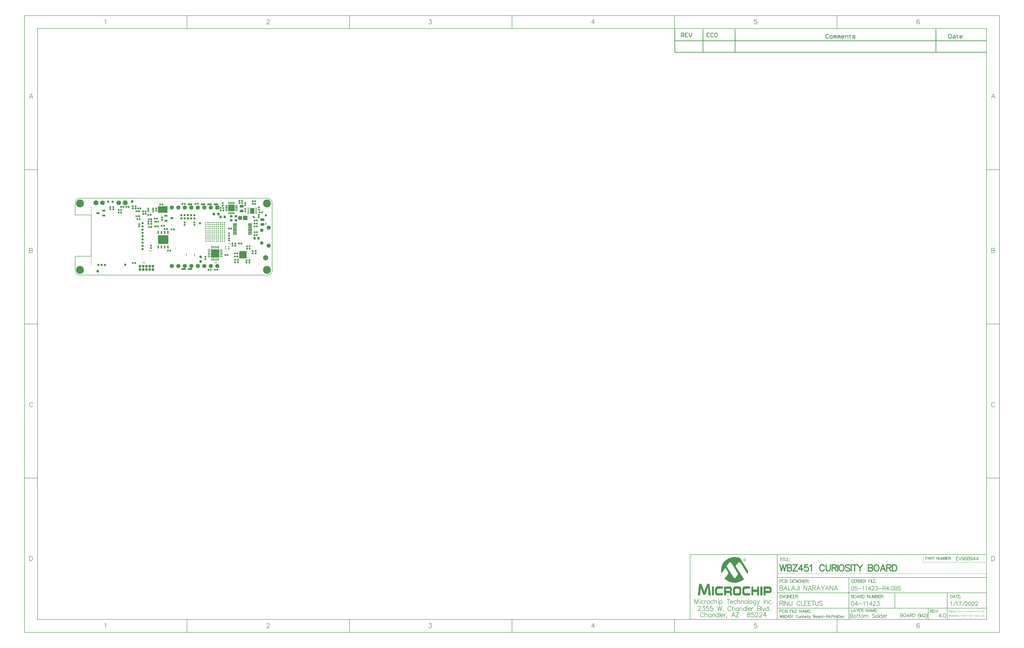
<source format=gbs>
G04*
G04 #@! TF.GenerationSoftware,Altium Limited,Altium Designer,19.1.9 (167)*
G04*
G04 Layer_Color=16711935*
%FSLAX43Y43*%
%MOMM*%
G71*
G01*
G75*
%ADD11C,0.100*%
%ADD13C,0.254*%
%ADD15C,0.127*%
%ADD16C,0.200*%
%ADD18C,0.150*%
%ADD22C,0.178*%
%ADD23C,0.180*%
%ADD24C,0.381*%
%ADD87C,0.902*%
G04:AMPARAMS|DCode=93|XSize=1.002mm|YSize=0.902mm|CornerRadius=0.251mm|HoleSize=0mm|Usage=FLASHONLY|Rotation=180.000|XOffset=0mm|YOffset=0mm|HoleType=Round|Shape=RoundedRectangle|*
%AMROUNDEDRECTD93*
21,1,1.002,0.400,0,0,180.0*
21,1,0.500,0.902,0,0,180.0*
1,1,0.502,-0.250,0.200*
1,1,0.502,0.250,0.200*
1,1,0.502,0.250,-0.200*
1,1,0.502,-0.250,-0.200*
%
%ADD93ROUNDEDRECTD93*%
G04:AMPARAMS|DCode=94|XSize=0.652mm|YSize=0.702mm|CornerRadius=0.188mm|HoleSize=0mm|Usage=FLASHONLY|Rotation=180.000|XOffset=0mm|YOffset=0mm|HoleType=Round|Shape=RoundedRectangle|*
%AMROUNDEDRECTD94*
21,1,0.652,0.325,0,0,180.0*
21,1,0.275,0.702,0,0,180.0*
1,1,0.377,-0.138,0.163*
1,1,0.377,0.138,0.163*
1,1,0.377,0.138,-0.163*
1,1,0.377,-0.138,-0.163*
%
%ADD94ROUNDEDRECTD94*%
G04:AMPARAMS|DCode=106|XSize=0.652mm|YSize=0.702mm|CornerRadius=0.188mm|HoleSize=0mm|Usage=FLASHONLY|Rotation=90.000|XOffset=0mm|YOffset=0mm|HoleType=Round|Shape=RoundedRectangle|*
%AMROUNDEDRECTD106*
21,1,0.652,0.325,0,0,90.0*
21,1,0.275,0.702,0,0,90.0*
1,1,0.377,0.163,0.138*
1,1,0.377,0.163,-0.138*
1,1,0.377,-0.163,-0.138*
1,1,0.377,-0.163,0.138*
%
%ADD106ROUNDEDRECTD106*%
%ADD107R,1.152X0.752*%
G04:AMPARAMS|DCode=111|XSize=0.402mm|YSize=0.427mm|CornerRadius=0.132mm|HoleSize=0mm|Usage=FLASHONLY|Rotation=270.000|XOffset=0mm|YOffset=0mm|HoleType=Round|Shape=RoundedRectangle|*
%AMROUNDEDRECTD111*
21,1,0.402,0.163,0,0,270.0*
21,1,0.138,0.427,0,0,270.0*
1,1,0.265,-0.081,-0.069*
1,1,0.265,-0.081,0.069*
1,1,0.265,0.081,0.069*
1,1,0.265,0.081,-0.069*
%
%ADD111ROUNDEDRECTD111*%
%ADD113C,2.016*%
%ADD124C,0.914*%
%ADD125R,1.702X1.702*%
%ADD126C,1.702*%
%ADD127C,1.626*%
%ADD128R,1.626X1.626*%
%ADD129C,1.352*%
G04:AMPARAMS|DCode=130|XSize=1.352mm|YSize=1.352mm|CornerRadius=0.676mm|HoleSize=0mm|Usage=FLASHONLY|Rotation=90.000|XOffset=0mm|YOffset=0mm|HoleType=Round|Shape=RoundedRectangle|*
%AMROUNDEDRECTD130*
21,1,1.352,0.000,0,0,90.0*
21,1,0.000,1.352,0,0,90.0*
1,1,1.352,0.000,0.000*
1,1,1.352,0.000,0.000*
1,1,1.352,0.000,0.000*
1,1,1.352,0.000,0.000*
%
%ADD130ROUNDEDRECTD130*%
%ADD131C,1.652*%
%ADD132C,1.102*%
%ADD133C,1.802*%
%ADD134P,1.950X8X202.5*%
%ADD135C,0.354*%
%ADD136C,3.100*%
%ADD196R,1.800X0.700*%
%ADD197R,3.799X2.611*%
%ADD198R,3.000X3.000*%
%ADD199C,0.502*%
G04:AMPARAMS|DCode=200|XSize=1.002mm|YSize=0.902mm|CornerRadius=0.251mm|HoleSize=0mm|Usage=FLASHONLY|Rotation=270.000|XOffset=0mm|YOffset=0mm|HoleType=Round|Shape=RoundedRectangle|*
%AMROUNDEDRECTD200*
21,1,1.002,0.400,0,0,270.0*
21,1,0.500,0.902,0,0,270.0*
1,1,0.502,-0.200,-0.250*
1,1,0.502,-0.200,0.250*
1,1,0.502,0.200,0.250*
1,1,0.502,0.200,-0.250*
%
%ADD200ROUNDEDRECTD200*%
G04:AMPARAMS|DCode=201|XSize=0.377mm|YSize=0.402mm|CornerRadius=0.12mm|HoleSize=0mm|Usage=FLASHONLY|Rotation=0.000|XOffset=0mm|YOffset=0mm|HoleType=Round|Shape=RoundedRectangle|*
%AMROUNDEDRECTD201*
21,1,0.377,0.163,0,0,0.0*
21,1,0.138,0.402,0,0,0.0*
1,1,0.239,0.069,-0.081*
1,1,0.239,-0.069,-0.081*
1,1,0.239,-0.069,0.081*
1,1,0.239,0.069,0.081*
%
%ADD201ROUNDEDRECTD201*%
G04:AMPARAMS|DCode=202|XSize=1.502mm|YSize=1.002mm|CornerRadius=0.276mm|HoleSize=0mm|Usage=FLASHONLY|Rotation=0.000|XOffset=0mm|YOffset=0mm|HoleType=Round|Shape=RoundedRectangle|*
%AMROUNDEDRECTD202*
21,1,1.502,0.450,0,0,0.0*
21,1,0.950,1.002,0,0,0.0*
1,1,0.552,0.475,-0.225*
1,1,0.552,-0.475,-0.225*
1,1,0.552,-0.475,0.225*
1,1,0.552,0.475,0.225*
%
%ADD202ROUNDEDRECTD202*%
%ADD203C,0.902*%
%ADD204C,1.118*%
%ADD205R,0.752X0.602*%
%ADD206R,0.702X0.522*%
%ADD207R,4.102X3.502*%
%ADD208R,0.552X1.202*%
%ADD209R,0.402X0.832*%
%ADD210R,0.832X0.402*%
%ADD211R,2.602X2.602*%
%ADD212R,1.702X2.202*%
%ADD213R,0.702X0.452*%
%ADD214O,1.550X0.550*%
%ADD215R,0.452X0.602*%
G04:AMPARAMS|DCode=216|XSize=0.532mm|YSize=0.602mm|CornerRadius=0.158mm|HoleSize=0mm|Usage=FLASHONLY|Rotation=180.000|XOffset=0mm|YOffset=0mm|HoleType=Round|Shape=RoundedRectangle|*
%AMROUNDEDRECTD216*
21,1,0.532,0.285,0,0,180.0*
21,1,0.215,0.602,0,0,180.0*
1,1,0.317,-0.108,0.142*
1,1,0.317,0.108,0.142*
1,1,0.317,0.108,-0.142*
1,1,0.317,-0.108,-0.142*
%
%ADD216ROUNDEDRECTD216*%
%ADD217R,3.252X3.252*%
%ADD218R,0.452X1.102*%
%ADD219R,1.102X0.452*%
G04:AMPARAMS|DCode=220|XSize=0.377mm|YSize=0.402mm|CornerRadius=0.12mm|HoleSize=0mm|Usage=FLASHONLY|Rotation=90.000|XOffset=0mm|YOffset=0mm|HoleType=Round|Shape=RoundedRectangle|*
%AMROUNDEDRECTD220*
21,1,0.377,0.163,0,0,90.0*
21,1,0.138,0.402,0,0,90.0*
1,1,0.239,0.081,0.069*
1,1,0.239,0.081,-0.069*
1,1,0.239,-0.081,-0.069*
1,1,0.239,-0.081,0.069*
%
%ADD220ROUNDEDRECTD220*%
%ADD221R,0.522X0.702*%
G36*
X261671Y-110862D02*
X261761Y-110877D01*
X261865Y-110921D01*
X261954Y-110981D01*
X262043Y-111085D01*
X262103Y-111204D01*
X262133Y-111383D01*
X262133Y-111412D01*
X262118Y-111472D01*
X262103Y-111561D01*
X262058Y-111665D01*
X261999Y-111770D01*
X261895Y-111859D01*
X261761Y-111933D01*
X261582Y-111963D01*
X261537Y-111963D01*
X261493Y-111948D01*
X261448Y-111948D01*
X261299Y-111889D01*
X261240Y-111859D01*
X261165Y-111799D01*
X261165Y-111784D01*
X261136Y-111770D01*
X261076Y-111680D01*
X261017Y-111546D01*
X261002Y-111472D01*
X260987Y-111383D01*
X260987Y-111368D01*
X260987Y-111338D01*
X261017Y-111249D01*
X261076Y-111130D01*
X261165Y-111011D01*
X261180Y-110996D01*
X261195Y-110981D01*
X261284Y-110921D01*
X261418Y-110877D01*
X261493Y-110847D01*
X261612Y-110847D01*
X261671Y-110862D01*
X261671Y-110862D02*
G37*
G36*
X258055Y-110356D02*
X258174Y-110356D01*
X258457Y-110400D01*
X258769Y-110445D01*
X259127Y-110520D01*
X259484Y-110624D01*
X259826Y-110772D01*
X262996Y-115803D01*
X262996Y-115817D01*
X262996Y-115847D01*
X262981Y-115892D01*
X262981Y-115966D01*
X262951Y-116130D01*
X262907Y-116353D01*
X262907Y-116368D01*
X262892Y-116398D01*
X262877Y-116457D01*
X262862Y-116547D01*
X262847Y-116636D01*
X262817Y-116740D01*
X262743Y-116978D01*
X259990Y-112662D01*
X259975Y-112648D01*
X259960Y-112618D01*
X259915Y-112558D01*
X259856Y-112499D01*
X259781Y-112439D01*
X259692Y-112380D01*
X259603Y-112350D01*
X259499Y-112335D01*
X259454Y-112335D01*
X259409Y-112350D01*
X259350Y-112380D01*
X259275Y-112410D01*
X259201Y-112469D01*
X259127Y-112543D01*
X259037Y-112648D01*
X258115Y-113913D01*
X261359Y-119002D01*
X261344Y-119017D01*
X261284Y-119062D01*
X261195Y-119136D01*
X261076Y-119211D01*
X260927Y-119330D01*
X260749Y-119434D01*
X260540Y-119568D01*
X260317Y-119687D01*
X260049Y-119821D01*
X259766Y-119955D01*
X259454Y-120059D01*
X259127Y-120163D01*
X258769Y-120252D01*
X258397Y-120327D01*
X258010Y-120371D01*
X257609Y-120386D01*
X257504Y-120386D01*
X257400Y-120371D01*
X257237Y-120356D01*
X257043Y-120342D01*
X256820Y-120297D01*
X256582Y-120252D01*
X256299Y-120178D01*
X256016Y-120089D01*
X255704Y-119984D01*
X255391Y-119850D01*
X255064Y-119687D01*
X254736Y-119493D01*
X254409Y-119285D01*
X254096Y-119032D01*
X253784Y-118734D01*
X255153Y-116844D01*
X255168Y-116829D01*
X255183Y-116785D01*
X255213Y-116695D01*
X255227Y-116621D01*
X255242Y-116547D01*
X255242Y-116517D01*
X255227Y-116442D01*
X255183Y-116309D01*
X255094Y-116145D01*
X254082Y-114567D01*
X252579Y-116666D01*
X252579Y-116651D01*
X252579Y-116636D01*
X252549Y-116547D01*
X252519Y-116428D01*
X252489Y-116249D01*
X252459Y-116041D01*
X252430Y-115817D01*
X252415Y-115550D01*
X252400Y-115282D01*
X252400Y-115252D01*
X252400Y-115192D01*
X252415Y-115088D01*
X252430Y-114954D01*
X252445Y-114776D01*
X252474Y-114582D01*
X252519Y-114359D01*
X252579Y-114121D01*
X252653Y-113868D01*
X252757Y-113585D01*
X252876Y-113302D01*
X253010Y-113020D01*
X253174Y-112737D01*
X253367Y-112439D01*
X253590Y-112157D01*
X253843Y-111889D01*
X253858Y-111874D01*
X253918Y-111814D01*
X254007Y-111740D01*
X254126Y-111651D01*
X254275Y-111531D01*
X254469Y-111398D01*
X254677Y-111264D01*
X254915Y-111115D01*
X255183Y-110966D01*
X255480Y-110832D01*
X255808Y-110698D01*
X256150Y-110579D01*
X256522Y-110490D01*
X256909Y-110400D01*
X257326Y-110356D01*
X257757Y-110341D01*
X257951Y-110341D01*
X258055Y-110356D01*
X258055Y-110356D02*
G37*
G36*
X263308Y-121815D02*
X263383Y-121815D01*
X263427Y-121830D01*
X263442Y-121830D01*
X263472Y-121845D01*
X263561Y-121889D01*
X263621Y-121934D01*
X263665Y-121993D01*
X263710Y-122083D01*
X263740Y-122172D01*
X263740Y-122187D01*
X263740Y-122202D01*
X263755Y-122246D01*
X263755Y-122321D01*
X263755Y-122395D01*
X263770Y-122485D01*
X263770Y-122604D01*
X263770Y-122738D01*
X261895Y-122693D01*
X261880Y-122693D01*
X261835Y-122708D01*
X261761Y-122723D01*
X261686Y-122767D01*
X261597Y-122857D01*
X261537Y-122976D01*
X261478Y-123139D01*
X261463Y-123258D01*
X261463Y-123377D01*
X261463Y-123764D01*
X261463Y-123794D01*
X261463Y-123869D01*
X261493Y-123988D01*
X261523Y-124107D01*
X261567Y-124226D01*
X261642Y-124345D01*
X261746Y-124419D01*
X261805Y-124434D01*
X261880Y-124449D01*
X263799Y-124449D01*
X263799Y-124479D01*
X263799Y-124538D01*
X263799Y-124628D01*
X263785Y-124747D01*
X263770Y-124851D01*
X263755Y-124970D01*
X263725Y-125059D01*
X263695Y-125133D01*
X263695Y-125148D01*
X263665Y-125163D01*
X263621Y-125193D01*
X263561Y-125223D01*
X263487Y-125267D01*
X263368Y-125297D01*
X263234Y-125312D01*
X263055Y-125327D01*
X261656Y-125327D01*
X261537Y-125312D01*
X261403Y-125282D01*
X261255Y-125238D01*
X261106Y-125163D01*
X260972Y-125074D01*
X260868Y-124955D01*
X260868Y-124940D01*
X260838Y-124895D01*
X260823Y-124836D01*
X260793Y-124747D01*
X260764Y-124613D01*
X260734Y-124464D01*
X260719Y-124300D01*
X260704Y-124092D01*
X260704Y-123065D01*
X260704Y-123050D01*
X260704Y-123020D01*
X260704Y-122976D01*
X260704Y-122916D01*
X260734Y-122767D01*
X260764Y-122589D01*
X260808Y-122395D01*
X260883Y-122217D01*
X260987Y-122053D01*
X261121Y-121934D01*
X261136Y-121934D01*
X261165Y-121919D01*
X261210Y-121889D01*
X261284Y-121859D01*
X261374Y-121845D01*
X261493Y-121815D01*
X261612Y-121800D01*
X263130Y-121800D01*
X263308Y-121815D01*
X263308Y-121815D02*
G37*
G36*
X267237Y-125297D02*
X266493Y-125297D01*
X266493Y-123988D01*
X264945Y-123988D01*
X264945Y-125297D01*
X264261Y-125297D01*
X264261Y-121830D01*
X264945Y-121830D01*
X264945Y-123065D01*
X266493Y-123065D01*
X266493Y-121830D01*
X267237Y-121830D01*
X267237Y-125297D01*
X267237Y-125297D02*
G37*
G36*
X247534Y-120714D02*
X247593Y-120728D01*
X247682Y-120758D01*
X247757Y-120833D01*
X247831Y-120922D01*
X247891Y-121056D01*
X247921Y-121234D01*
X248382Y-125297D01*
X247519Y-125297D01*
X247281Y-122380D01*
X247266Y-122380D01*
X246373Y-124717D01*
X246373Y-124732D01*
X246343Y-124776D01*
X246298Y-124836D01*
X246254Y-124910D01*
X246179Y-124985D01*
X246090Y-125044D01*
X245971Y-125089D01*
X245852Y-125104D01*
X245792Y-125104D01*
X245718Y-125089D01*
X245644Y-125059D01*
X245554Y-125014D01*
X245465Y-124940D01*
X245376Y-124851D01*
X245316Y-124717D01*
X244438Y-122425D01*
X244423Y-122425D01*
X244170Y-125297D01*
X243322Y-125297D01*
X243768Y-121190D01*
X243768Y-121175D01*
X243783Y-121115D01*
X243813Y-121041D01*
X243843Y-120937D01*
X243902Y-120848D01*
X243992Y-120773D01*
X244096Y-120714D01*
X244230Y-120699D01*
X244304Y-120699D01*
X244379Y-120728D01*
X244483Y-120758D01*
X244572Y-120818D01*
X244676Y-120892D01*
X244780Y-121011D01*
X244855Y-121160D01*
X245837Y-123675D01*
X245852Y-123675D01*
X246849Y-121160D01*
X246864Y-121145D01*
X246879Y-121086D01*
X246923Y-121011D01*
X246998Y-120922D01*
X247087Y-120848D01*
X247191Y-120773D01*
X247325Y-120714D01*
X247474Y-120699D01*
X247489Y-120699D01*
X247534Y-120714D01*
X247534Y-120714D02*
G37*
G36*
X271359Y-121845D02*
X271464Y-121859D01*
X271598Y-121904D01*
X271746Y-121979D01*
X271865Y-122083D01*
X271984Y-122232D01*
X272059Y-122425D01*
X272059Y-122440D01*
X272074Y-122470D01*
X272074Y-122514D01*
X272089Y-122589D01*
X272104Y-122678D01*
X272104Y-122782D01*
X272118Y-122901D01*
X272118Y-123035D01*
X272118Y-123303D01*
X272118Y-123333D01*
X272118Y-123407D01*
X272104Y-123511D01*
X272089Y-123645D01*
X272029Y-123943D01*
X271984Y-124077D01*
X271910Y-124196D01*
X271910Y-124211D01*
X271880Y-124226D01*
X271791Y-124300D01*
X271642Y-124389D01*
X271553Y-124404D01*
X271449Y-124419D01*
X269722Y-124419D01*
X269722Y-125297D01*
X269008Y-125297D01*
X269008Y-121830D01*
X271285Y-121830D01*
X271359Y-121845D01*
X271359Y-121845D02*
G37*
G36*
X268547Y-125297D02*
X267743Y-125297D01*
X267743Y-121830D01*
X268547Y-121830D01*
X268547Y-125297D01*
X268547Y-125297D02*
G37*
G36*
X256046Y-121845D02*
X256165Y-121889D01*
X256284Y-121964D01*
X256344Y-122008D01*
X256403Y-122083D01*
X256463Y-122172D01*
X256522Y-122261D01*
X256567Y-122395D01*
X256597Y-122529D01*
X256626Y-122693D01*
X256626Y-122871D01*
X256626Y-123080D01*
X256626Y-123095D01*
X256626Y-123110D01*
X256626Y-123199D01*
X256612Y-123318D01*
X256582Y-123467D01*
X256537Y-123616D01*
X256463Y-123749D01*
X256373Y-123869D01*
X256239Y-123943D01*
X256239Y-123958D01*
X256254Y-123958D01*
X256299Y-123988D01*
X256359Y-124032D01*
X256433Y-124092D01*
X256507Y-124181D01*
X256567Y-124315D01*
X256612Y-124494D01*
X256626Y-124717D01*
X256626Y-125297D01*
X255897Y-125297D01*
X255897Y-124881D01*
X255897Y-124866D01*
X255897Y-124836D01*
X255897Y-124791D01*
X255897Y-124732D01*
X255882Y-124613D01*
X255882Y-124553D01*
X255867Y-124523D01*
X255853Y-124508D01*
X255808Y-124449D01*
X255733Y-124404D01*
X255614Y-124389D01*
X254320Y-124389D01*
X254320Y-125297D01*
X253590Y-125297D01*
X253590Y-121830D01*
X255972Y-121830D01*
X256046Y-121845D01*
X256046Y-121845D02*
G37*
G36*
X249632Y-125297D02*
X248813Y-125297D01*
X248813Y-121830D01*
X249632Y-121830D01*
X249632Y-125297D01*
X249632Y-125297D02*
G37*
G36*
X259469Y-121815D02*
X259603Y-121845D01*
X259737Y-121874D01*
X259871Y-121934D01*
X259990Y-122008D01*
X260079Y-122112D01*
X260094Y-122127D01*
X260109Y-122172D01*
X260153Y-122246D01*
X260198Y-122351D01*
X260228Y-122485D01*
X260272Y-122633D01*
X260287Y-122827D01*
X260302Y-123050D01*
X260302Y-124077D01*
X260302Y-124092D01*
X260302Y-124122D01*
X260302Y-124166D01*
X260302Y-124226D01*
X260272Y-124389D01*
X260243Y-124583D01*
X260183Y-124791D01*
X260094Y-124985D01*
X259960Y-125148D01*
X259885Y-125208D01*
X259796Y-125253D01*
X259781Y-125253D01*
X259766Y-125267D01*
X259722Y-125282D01*
X259662Y-125282D01*
X259588Y-125297D01*
X259499Y-125312D01*
X259275Y-125327D01*
X257996Y-125327D01*
X257891Y-125312D01*
X257772Y-125282D01*
X257623Y-125238D01*
X257490Y-125178D01*
X257356Y-125104D01*
X257251Y-124985D01*
X257237Y-124970D01*
X257222Y-124925D01*
X257192Y-124866D01*
X257162Y-124761D01*
X257117Y-124642D01*
X257088Y-124479D01*
X257073Y-124300D01*
X257058Y-124077D01*
X257058Y-123050D01*
X257058Y-123035D01*
X257058Y-123005D01*
X257058Y-122946D01*
X257073Y-122886D01*
X257088Y-122708D01*
X257132Y-122514D01*
X257207Y-122291D01*
X257311Y-122098D01*
X257370Y-122023D01*
X257460Y-121949D01*
X257549Y-121889D01*
X257653Y-121845D01*
X257668Y-121845D01*
X257683Y-121830D01*
X257772Y-121815D01*
X257921Y-121800D01*
X259380Y-121800D01*
X259469Y-121815D01*
X259469Y-121815D02*
G37*
G36*
X252400Y-121815D02*
X252579Y-121815D01*
X252727Y-121830D01*
X252861Y-121845D01*
X252906Y-121859D01*
X252936Y-121874D01*
X252951Y-121874D01*
X252965Y-121904D01*
X252995Y-121949D01*
X253040Y-122023D01*
X253070Y-122127D01*
X253099Y-122276D01*
X253114Y-122455D01*
X253129Y-122693D01*
X251224Y-122693D01*
X251150Y-122708D01*
X251046Y-122752D01*
X250942Y-122827D01*
X250927Y-122857D01*
X250912Y-122886D01*
X250882Y-122946D01*
X250867Y-123020D01*
X250837Y-123110D01*
X250822Y-123229D01*
X250822Y-123377D01*
X250822Y-123764D01*
X250822Y-123779D01*
X250822Y-123824D01*
X250822Y-123898D01*
X250837Y-123973D01*
X250852Y-124151D01*
X250867Y-124226D01*
X250882Y-124285D01*
X250897Y-124315D01*
X250956Y-124360D01*
X251075Y-124419D01*
X251150Y-124434D01*
X251239Y-124449D01*
X253174Y-124449D01*
X253174Y-124464D01*
X253174Y-124523D01*
X253174Y-124613D01*
X253159Y-124717D01*
X253129Y-124940D01*
X253099Y-125029D01*
X253070Y-125104D01*
X253070Y-125119D01*
X253040Y-125133D01*
X252995Y-125178D01*
X252936Y-125208D01*
X252861Y-125253D01*
X252742Y-125297D01*
X252608Y-125312D01*
X252430Y-125327D01*
X251031Y-125327D01*
X250927Y-125312D01*
X250808Y-125297D01*
X250659Y-125253D01*
X250525Y-125208D01*
X250406Y-125133D01*
X250302Y-125044D01*
X250287Y-125029D01*
X250272Y-124985D01*
X250227Y-124925D01*
X250183Y-124821D01*
X250138Y-124687D01*
X250108Y-124523D01*
X250078Y-124315D01*
X250063Y-124077D01*
X250063Y-123050D01*
X250063Y-123035D01*
X250063Y-123005D01*
X250063Y-122946D01*
X250078Y-122871D01*
X250108Y-122693D01*
X250153Y-122470D01*
X250242Y-122261D01*
X250361Y-122053D01*
X250450Y-121979D01*
X250540Y-121904D01*
X250659Y-121845D01*
X250778Y-121815D01*
X250808Y-121815D01*
X250867Y-121800D01*
X252236Y-121800D01*
X252400Y-121815D01*
X252400Y-121815D02*
G37*
%LPC*%
G36*
X261582Y-110936D02*
X261508Y-110936D01*
X261418Y-110966D01*
X261329Y-110996D01*
X261240Y-111040D01*
X261150Y-111130D01*
X261091Y-111234D01*
X261076Y-111383D01*
X261076Y-111398D01*
X261076Y-111412D01*
X261091Y-111502D01*
X261136Y-111621D01*
X261225Y-111740D01*
X261255Y-111755D01*
X261329Y-111799D01*
X261433Y-111859D01*
X261582Y-111874D01*
X261597Y-111874D01*
X261656Y-111859D01*
X261731Y-111844D01*
X261820Y-111814D01*
X261895Y-111755D01*
X261969Y-111665D01*
X262029Y-111546D01*
X262043Y-111383D01*
X262043Y-111368D01*
X262043Y-111308D01*
X262014Y-111234D01*
X261984Y-111159D01*
X261924Y-111070D01*
X261850Y-111011D01*
X261731Y-110951D01*
X261582Y-110936D01*
X261582Y-110936D02*
G37*
%LPD*%
G36*
X261701Y-111100D02*
X261790Y-111145D01*
X261805Y-111204D01*
X261820Y-111264D01*
X261820Y-111293D01*
X261805Y-111353D01*
X261746Y-111427D01*
X261716Y-111442D01*
X261656Y-111457D01*
X261835Y-111740D01*
X261731Y-111740D01*
X261552Y-111457D01*
X261448Y-111457D01*
X261448Y-111740D01*
X261344Y-111740D01*
X261344Y-111070D01*
X261627Y-111070D01*
X261701Y-111100D01*
X261701Y-111100D02*
G37*
%LPC*%
G36*
X261612Y-111159D02*
X261448Y-111159D01*
X261448Y-111368D01*
X261627Y-111368D01*
X261671Y-111353D01*
X261701Y-111323D01*
X261716Y-111264D01*
X261716Y-111249D01*
X261701Y-111204D01*
X261671Y-111174D01*
X261612Y-111159D01*
X261612Y-111159D02*
G37*
G36*
X255927Y-112320D02*
X255882Y-112320D01*
X255838Y-112335D01*
X255778Y-112365D01*
X255704Y-112395D01*
X255614Y-112454D01*
X255540Y-112529D01*
X255451Y-112633D01*
X254543Y-113898D01*
X257251Y-118169D01*
X257266Y-118184D01*
X257296Y-118228D01*
X257341Y-118288D01*
X257400Y-118362D01*
X257460Y-118437D01*
X257534Y-118496D01*
X257623Y-118541D01*
X257698Y-118556D01*
X257743Y-118556D01*
X257787Y-118541D01*
X257862Y-118526D01*
X257936Y-118481D01*
X258010Y-118437D01*
X258085Y-118362D01*
X258159Y-118273D01*
X259112Y-116919D01*
X256403Y-112648D01*
X256388Y-112633D01*
X256373Y-112603D01*
X256329Y-112543D01*
X256269Y-112484D01*
X256195Y-112424D01*
X256120Y-112365D01*
X256031Y-112335D01*
X255927Y-112320D01*
X255927Y-112320D02*
G37*
G36*
X271092Y-122678D02*
X269722Y-122678D01*
X269722Y-123556D01*
X271166Y-123556D01*
X271211Y-123541D01*
X271255Y-123511D01*
X271285Y-123467D01*
X271330Y-123407D01*
X271345Y-123318D01*
X271359Y-123199D01*
X271359Y-123065D01*
X271359Y-123050D01*
X271359Y-123005D01*
X271345Y-122946D01*
X271330Y-122871D01*
X271300Y-122797D01*
X271240Y-122738D01*
X271181Y-122693D01*
X271092Y-122678D01*
X271092Y-122678D02*
G37*
G36*
X255585Y-122678D02*
X254320Y-122678D01*
X254320Y-123541D01*
X255704Y-123541D01*
X255748Y-123526D01*
X255808Y-123496D01*
X255853Y-123452D01*
X255897Y-123377D01*
X255927Y-123288D01*
X255942Y-123169D01*
X255942Y-123065D01*
X255942Y-123050D01*
X255942Y-123005D01*
X255927Y-122946D01*
X255897Y-122871D01*
X255853Y-122797D01*
X255793Y-122738D01*
X255704Y-122693D01*
X255585Y-122678D01*
X255585Y-122678D02*
G37*
G36*
X259186Y-122678D02*
X258219Y-122678D01*
X258129Y-122693D01*
X258010Y-122752D01*
X257951Y-122782D01*
X257906Y-122842D01*
X257891Y-122871D01*
X257876Y-122916D01*
X257862Y-122961D01*
X257832Y-123035D01*
X257817Y-123124D01*
X257802Y-123243D01*
X257802Y-123377D01*
X257802Y-123764D01*
X257802Y-123779D01*
X257802Y-123824D01*
X257802Y-123898D01*
X257817Y-123973D01*
X257832Y-124151D01*
X257847Y-124241D01*
X257876Y-124300D01*
X257891Y-124330D01*
X257951Y-124375D01*
X258055Y-124419D01*
X258204Y-124449D01*
X259156Y-124449D01*
X259216Y-124434D01*
X259290Y-124419D01*
X259365Y-124360D01*
X259454Y-124285D01*
X259513Y-124166D01*
X259573Y-123988D01*
X259588Y-123883D01*
X259588Y-123764D01*
X259588Y-123377D01*
X259588Y-123363D01*
X259588Y-123318D01*
X259588Y-123243D01*
X259573Y-123169D01*
X259528Y-122991D01*
X259484Y-122901D01*
X259439Y-122842D01*
X259439Y-122827D01*
X259409Y-122812D01*
X259350Y-122752D01*
X259246Y-122708D01*
X259186Y-122678D01*
X259186Y-122678D02*
G37*
%LPD*%
D11*
X274322Y-116797D02*
X356142Y-116797D01*
X331322Y-112297D02*
X331322Y-109297D01*
X356142Y-112297D02*
X356142Y-112297D01*
X331322Y-112297D02*
X356142Y-112297D01*
X350022Y-131897D02*
X350022Y-131297D01*
X352482Y-133932D02*
X352482Y-132662D01*
X349942Y-133932D02*
X349942Y-132662D01*
X347402Y-133932D02*
X347402Y-132662D01*
X355022Y-133932D02*
X355022Y-132662D01*
X344862Y-133932D02*
X344862Y-132662D01*
X344862Y-133297D02*
X355022Y-133297D01*
X355022Y-132097D02*
X355022Y-131097D01*
X345022Y-132097D02*
X345022Y-131097D01*
X345022Y-131597D02*
X355022Y-131597D01*
X341555Y-132897D02*
X341222Y-133364D01*
X341722Y-133364D01*
X341555Y-132897D02*
X341555Y-133597D01*
X342045Y-132897D02*
X341945Y-132931D01*
X341879Y-133031D01*
X341845Y-133197D01*
X341845Y-133297D01*
X341879Y-133464D01*
X341945Y-133564D01*
X342045Y-133597D01*
X342112Y-133597D01*
X342212Y-133564D01*
X342278Y-133464D01*
X342312Y-133297D01*
X342312Y-133197D01*
X342278Y-133031D01*
X342212Y-132931D01*
X342112Y-132897D01*
X342045Y-132897D01*
X342668Y-132897D02*
X342568Y-132931D01*
X342502Y-133031D01*
X342468Y-133197D01*
X342468Y-133297D01*
X342502Y-133464D01*
X342568Y-133564D01*
X342668Y-133597D01*
X342735Y-133597D01*
X342835Y-133564D01*
X342902Y-133464D01*
X342935Y-133297D01*
X342935Y-133197D01*
X342902Y-133031D01*
X342835Y-132931D01*
X342735Y-132897D01*
X342668Y-132897D01*
X343092Y-133131D02*
X343092Y-133597D01*
X343092Y-133264D02*
X343192Y-133164D01*
X343258Y-133131D01*
X343358Y-133131D01*
X343425Y-133164D01*
X343458Y-133264D01*
X343458Y-133597D01*
X343458Y-133264D02*
X343558Y-133164D01*
X343625Y-133131D01*
X343725Y-133131D01*
X343791Y-133164D01*
X343825Y-133264D01*
X343825Y-133597D01*
X344111Y-132897D02*
X344145Y-132931D01*
X344178Y-132897D01*
X344145Y-132864D01*
X344111Y-132897D01*
X344145Y-133131D02*
X344145Y-133597D01*
X344301Y-132897D02*
X344301Y-133597D01*
X341322Y-131331D02*
X341389Y-131297D01*
X341489Y-131197D01*
X341489Y-131897D01*
X342035Y-131197D02*
X341935Y-131231D01*
X341869Y-131331D01*
X341835Y-131497D01*
X341835Y-131597D01*
X341869Y-131764D01*
X341935Y-131864D01*
X342035Y-131897D01*
X342102Y-131897D01*
X342202Y-131864D01*
X342268Y-131764D01*
X342302Y-131597D01*
X342302Y-131497D01*
X342268Y-131331D01*
X342202Y-131231D01*
X342102Y-131197D01*
X342035Y-131197D01*
X342458Y-131431D02*
X342458Y-131897D01*
X342458Y-131564D02*
X342558Y-131464D01*
X342625Y-131431D01*
X342725Y-131431D01*
X342792Y-131464D01*
X342825Y-131564D01*
X342825Y-131897D01*
X342825Y-131564D02*
X342925Y-131464D01*
X342992Y-131431D01*
X343092Y-131431D01*
X343158Y-131464D01*
X343192Y-131564D01*
X343192Y-131897D01*
X343412Y-131431D02*
X343412Y-131897D01*
X343412Y-131564D02*
X343512Y-131464D01*
X343578Y-131431D01*
X343678Y-131431D01*
X343745Y-131464D01*
X343778Y-131564D01*
X343778Y-131897D01*
X343778Y-131564D02*
X343878Y-131464D01*
X343945Y-131431D01*
X344045Y-131431D01*
X344111Y-131464D01*
X344145Y-131564D01*
X344145Y-131897D01*
D13*
X245322Y87203D02*
X245322Y91703D01*
X336322Y87203D02*
X336322Y91703D01*
X234322Y87203D02*
X355822Y87203D01*
X234322Y87203D02*
X234322Y91703D01*
X336322Y91703D02*
X336322Y96203D01*
X257822Y91703D02*
X257822Y96203D01*
X245322Y91703D02*
X245322Y96203D01*
X234322Y91703D02*
X355822Y91703D01*
X234322Y91703D02*
X234322Y96203D01*
X257822Y87203D02*
X257822Y91703D01*
X341322Y94226D02*
X341322Y92703D01*
X342084Y92703D01*
X342338Y92957D01*
X342338Y93972D01*
X342084Y94226D01*
X341322Y94226D01*
X343099Y93718D02*
X343607Y93718D01*
X343861Y93465D01*
X343861Y92703D01*
X343099Y92703D01*
X342846Y92957D01*
X343099Y93211D01*
X343861Y93211D01*
X344623Y93972D02*
X344623Y93718D01*
X344369Y93718D01*
X344877Y93718D01*
X344623Y93718D01*
X344623Y92957D01*
X344877Y92703D01*
X346400Y92703D02*
X345893Y92703D01*
X345639Y92957D01*
X345639Y93465D01*
X345893Y93718D01*
X346400Y93718D01*
X346654Y93465D01*
X346654Y93211D01*
X345639Y93211D01*
X294338Y93972D02*
X294084Y94226D01*
X293576Y94226D01*
X293322Y93972D01*
X293322Y92957D01*
X293576Y92703D01*
X294084Y92703D01*
X294338Y92957D01*
X295099Y92703D02*
X295607Y92703D01*
X295861Y92957D01*
X295861Y93465D01*
X295607Y93718D01*
X295099Y93718D01*
X294846Y93465D01*
X294846Y92957D01*
X295099Y92703D01*
X296369Y92703D02*
X296369Y93718D01*
X296623Y93718D01*
X296877Y93465D01*
X296877Y92703D01*
X296877Y93465D01*
X297131Y93718D01*
X297385Y93465D01*
X297385Y92703D01*
X297893Y92703D02*
X297893Y93718D01*
X298146Y93718D01*
X298400Y93465D01*
X298400Y92703D01*
X298400Y93465D01*
X298654Y93718D01*
X298908Y93465D01*
X298908Y92703D01*
X300178Y92703D02*
X299670Y92703D01*
X299416Y92957D01*
X299416Y93465D01*
X299670Y93718D01*
X300178Y93718D01*
X300432Y93465D01*
X300432Y93211D01*
X299416Y93211D01*
X300940Y92703D02*
X300940Y93718D01*
X301701Y93718D01*
X301955Y93465D01*
X301955Y92703D01*
X302717Y93972D02*
X302717Y93718D01*
X302463Y93718D01*
X302971Y93718D01*
X302717Y93718D01*
X302717Y92957D01*
X302971Y92703D01*
X303733Y92703D02*
X304494Y92703D01*
X304748Y92957D01*
X304494Y93211D01*
X303987Y93211D01*
X303733Y93465D01*
X303987Y93718D01*
X304748Y93718D01*
X247838Y94726D02*
X246822Y94726D01*
X246822Y93203D01*
X247838Y93203D01*
X246822Y93965D02*
X247330Y93965D01*
X249361Y94472D02*
X249107Y94726D01*
X248599Y94726D01*
X248346Y94472D01*
X248346Y93457D01*
X248599Y93203D01*
X249107Y93203D01*
X249361Y93457D01*
X250631Y94726D02*
X250123Y94726D01*
X249869Y94472D01*
X249869Y93457D01*
X250123Y93203D01*
X250631Y93203D01*
X250885Y93457D01*
X250885Y94472D01*
X250631Y94726D01*
X236822Y93203D02*
X236822Y94726D01*
X237584Y94726D01*
X237838Y94472D01*
X237838Y93965D01*
X237584Y93711D01*
X236822Y93711D01*
X237330Y93711D02*
X237838Y93203D01*
X239361Y94726D02*
X238346Y94726D01*
X238346Y93203D01*
X239361Y93203D01*
X238346Y93965D02*
X238853Y93965D01*
X239869Y94726D02*
X239869Y93711D01*
X240377Y93203D01*
X240885Y93711D01*
X240885Y94726D01*
D15*
X1734Y29999D02*
G03*
X0Y28264I0J-1734D01*
G01*
X77000Y28146D02*
G03*
X75147Y29999I-1853J0D01*
G01*
X75283Y0D02*
G03*
X77000Y1717I0J1717D01*
G01*
X0Y1649D02*
G03*
X1649Y0I1649J0D01*
G01*
X-1Y7341D02*
X6274Y7341D01*
X-1Y1702D02*
X-1Y7341D01*
X6274Y7341D02*
X6274Y23495D01*
X0Y23495D02*
X6274Y23495D01*
X0Y23495D02*
X0Y28264D01*
X1649Y-0D02*
X75283Y0D01*
X1734Y29999D02*
X75147Y29999D01*
X77000Y1717D02*
X77000Y28146D01*
X274322Y-134717D02*
X274322Y-109297D01*
X240322Y-134717D02*
X240322Y-109297D01*
X356142Y-109297D01*
X297722Y96423D02*
X297722Y101503D01*
X234222Y96423D02*
X234222Y101503D01*
X170722Y96423D02*
X170722Y101503D01*
X107222Y96423D02*
X107222Y101503D01*
X-14698Y96423D02*
X356142Y96423D01*
X-19778Y101503D02*
X361222Y101503D01*
X43722Y96423D02*
X43722Y101503D01*
X356142Y-134717D02*
X356142Y96423D01*
X361222Y-139797D02*
X361222Y101503D01*
X356142Y41178D02*
X361222Y41178D01*
X356142Y-19147D02*
X361222Y-19147D01*
X356142Y-79472D02*
X361222Y-79472D01*
X297722Y-139797D02*
X297722Y-134717D01*
X234222Y-139797D02*
X234222Y-134717D01*
X170722Y-139797D02*
X170722Y-134717D01*
X107222Y-139797D02*
X107222Y-134717D01*
X356142Y-134717D02*
X356142Y-104237D01*
X-19778Y-139797D02*
X-19778Y101503D01*
X-19778Y-139797D02*
X361222Y-139797D01*
X-14698Y-134717D02*
X-14698Y96423D01*
X-14698Y-134717D02*
X356142Y-134717D01*
X-19778Y41178D02*
X-14698Y41178D01*
X-19778Y-19147D02*
X-14698Y-19147D01*
X-19778Y-79472D02*
X-14698Y-79472D01*
X43722Y-139797D02*
X43722Y-134717D01*
X206282Y-134717D02*
X241842Y-134717D01*
X274322Y-130297D02*
X356142Y-130297D01*
X274322Y-124297D02*
X356142Y-124297D01*
X340822Y-134717D02*
X340822Y-124297D01*
X302322Y-134717D02*
X302322Y-118297D01*
X274322Y-118297D02*
X356142Y-118297D01*
X320322Y-130297D02*
X320322Y-124297D01*
X333322Y-134717D02*
X333322Y-130297D01*
X304138Y-119427D02*
X304084Y-119318D01*
X303975Y-119209D01*
X303866Y-119154D01*
X303648Y-119154D01*
X303540Y-119209D01*
X303431Y-119318D01*
X303376Y-119427D01*
X303322Y-119590D01*
X303322Y-119862D01*
X303376Y-120025D01*
X303431Y-120134D01*
X303540Y-120243D01*
X303648Y-120297D01*
X303866Y-120297D01*
X303975Y-120243D01*
X304084Y-120134D01*
X304138Y-120025D01*
X304138Y-119862D01*
X303866Y-119862D02*
X304138Y-119862D01*
X305107Y-119154D02*
X304399Y-119154D01*
X304399Y-120297D01*
X305107Y-120297D01*
X304399Y-119699D02*
X304835Y-119699D01*
X305297Y-119154D02*
X305297Y-120297D01*
X305297Y-119154D02*
X305787Y-119154D01*
X305950Y-119209D01*
X306005Y-119263D01*
X306059Y-119372D01*
X306059Y-119481D01*
X306005Y-119590D01*
X305950Y-119644D01*
X305787Y-119699D01*
X305297Y-119699D01*
X305678Y-119699D02*
X306059Y-120297D01*
X306315Y-119154D02*
X306315Y-120297D01*
X306315Y-119154D02*
X306805Y-119154D01*
X306968Y-119209D01*
X307022Y-119263D01*
X307077Y-119372D01*
X307077Y-119481D01*
X307022Y-119590D01*
X306968Y-119644D01*
X306805Y-119699D01*
X306315Y-119699D02*
X306805Y-119699D01*
X306968Y-119753D01*
X307022Y-119807D01*
X307077Y-119916D01*
X307077Y-120080D01*
X307022Y-120188D01*
X306968Y-120243D01*
X306805Y-120297D01*
X306315Y-120297D01*
X308040Y-119154D02*
X307333Y-119154D01*
X307333Y-120297D01*
X308040Y-120297D01*
X307333Y-119699D02*
X307768Y-119699D01*
X308230Y-119154D02*
X308230Y-120297D01*
X308230Y-119154D02*
X308720Y-119154D01*
X308883Y-119209D01*
X308938Y-119263D01*
X308992Y-119372D01*
X308992Y-119481D01*
X308938Y-119590D01*
X308883Y-119644D01*
X308720Y-119699D01*
X308230Y-119699D01*
X308611Y-119699D02*
X308992Y-120297D01*
X310146Y-119154D02*
X310146Y-120297D01*
X310146Y-119154D02*
X310853Y-119154D01*
X310146Y-119699D02*
X310581Y-119699D01*
X310984Y-119154D02*
X310984Y-120297D01*
X311223Y-119154D02*
X311223Y-120297D01*
X311876Y-120297D01*
X312709Y-119154D02*
X312001Y-119154D01*
X312001Y-120297D01*
X312709Y-120297D01*
X312001Y-119699D02*
X312437Y-119699D01*
X312954Y-119535D02*
X312899Y-119590D01*
X312954Y-119644D01*
X313008Y-119590D01*
X312954Y-119535D01*
X312954Y-120188D02*
X312899Y-120243D01*
X312954Y-120297D01*
X313008Y-120243D01*
X312954Y-120188D01*
X275322Y-133031D02*
X275564Y-134047D01*
X275806Y-133031D02*
X275564Y-134047D01*
X275806Y-133031D02*
X276048Y-134047D01*
X276289Y-133031D02*
X276048Y-134047D01*
X276493Y-133031D02*
X276493Y-134047D01*
X276493Y-133031D02*
X276928Y-133031D01*
X277073Y-133080D01*
X277121Y-133128D01*
X277170Y-133225D01*
X277170Y-133322D01*
X277121Y-133418D01*
X277073Y-133467D01*
X276928Y-133515D01*
X276493Y-133515D02*
X276928Y-133515D01*
X277073Y-133563D01*
X277121Y-133612D01*
X277170Y-133709D01*
X277170Y-133854D01*
X277121Y-133950D01*
X277073Y-133999D01*
X276928Y-134047D01*
X276493Y-134047D01*
X278074Y-133031D02*
X277397Y-134047D01*
X277397Y-133031D02*
X278074Y-133031D01*
X277397Y-134047D02*
X278074Y-134047D01*
X278785Y-133031D02*
X278302Y-133709D01*
X279027Y-133709D01*
X278785Y-133031D02*
X278785Y-134047D01*
X279787Y-133031D02*
X279303Y-133031D01*
X279255Y-133467D01*
X279303Y-133418D01*
X279448Y-133370D01*
X279593Y-133370D01*
X279738Y-133418D01*
X279835Y-133515D01*
X279883Y-133660D01*
X279883Y-133757D01*
X279835Y-133902D01*
X279738Y-133999D01*
X279593Y-134047D01*
X279448Y-134047D01*
X279303Y-133999D01*
X279255Y-133950D01*
X279206Y-133854D01*
X280111Y-133225D02*
X280207Y-133177D01*
X280353Y-133031D01*
X280353Y-134047D01*
X282379Y-133273D02*
X282331Y-133177D01*
X282234Y-133080D01*
X282137Y-133031D01*
X281944Y-133031D01*
X281847Y-133080D01*
X281750Y-133177D01*
X281702Y-133273D01*
X281654Y-133418D01*
X281654Y-133660D01*
X281702Y-133805D01*
X281750Y-133902D01*
X281847Y-133999D01*
X281944Y-134047D01*
X282137Y-134047D01*
X282234Y-133999D01*
X282331Y-133902D01*
X282379Y-133805D01*
X282665Y-133370D02*
X282665Y-133854D01*
X282713Y-133999D01*
X282810Y-134047D01*
X282955Y-134047D01*
X283052Y-133999D01*
X283197Y-133854D01*
X283197Y-133370D02*
X283197Y-134047D01*
X283463Y-133370D02*
X283463Y-134047D01*
X283463Y-133660D02*
X283511Y-133515D01*
X283608Y-133418D01*
X283705Y-133370D01*
X283850Y-133370D01*
X284038Y-133031D02*
X284087Y-133080D01*
X284135Y-133031D01*
X284087Y-132983D01*
X284038Y-133031D01*
X284087Y-133370D02*
X284087Y-134047D01*
X284556Y-133370D02*
X284459Y-133418D01*
X284362Y-133515D01*
X284314Y-133660D01*
X284314Y-133757D01*
X284362Y-133902D01*
X284459Y-133999D01*
X284556Y-134047D01*
X284701Y-134047D01*
X284798Y-133999D01*
X284895Y-133902D01*
X284943Y-133757D01*
X284943Y-133660D01*
X284895Y-133515D01*
X284798Y-133418D01*
X284701Y-133370D01*
X284556Y-133370D01*
X285697Y-133515D02*
X285649Y-133418D01*
X285504Y-133370D01*
X285359Y-133370D01*
X285214Y-133418D01*
X285165Y-133515D01*
X285214Y-133612D01*
X285311Y-133660D01*
X285552Y-133709D01*
X285649Y-133757D01*
X285697Y-133854D01*
X285697Y-133902D01*
X285649Y-133999D01*
X285504Y-134047D01*
X285359Y-134047D01*
X285214Y-133999D01*
X285165Y-133902D01*
X286007Y-133031D02*
X286055Y-133080D01*
X286104Y-133031D01*
X286055Y-132983D01*
X286007Y-133031D01*
X286055Y-133370D02*
X286055Y-134047D01*
X286428Y-133031D02*
X286428Y-133854D01*
X286476Y-133999D01*
X286573Y-134047D01*
X286670Y-134047D01*
X286283Y-133370D02*
X286621Y-133370D01*
X286863Y-133370D02*
X287153Y-134047D01*
X287444Y-133370D02*
X287153Y-134047D01*
X287057Y-134241D01*
X286960Y-134337D01*
X286863Y-134386D01*
X286815Y-134386D01*
X288411Y-133031D02*
X288411Y-134047D01*
X288411Y-133031D02*
X288846Y-133031D01*
X288992Y-133080D01*
X289040Y-133128D01*
X289088Y-133225D01*
X289088Y-133322D01*
X289040Y-133418D01*
X288992Y-133467D01*
X288846Y-133515D01*
X288411Y-133515D02*
X288846Y-133515D01*
X288992Y-133563D01*
X289040Y-133612D01*
X289088Y-133709D01*
X289088Y-133854D01*
X289040Y-133950D01*
X288992Y-133999D01*
X288846Y-134047D01*
X288411Y-134047D01*
X289557Y-133370D02*
X289461Y-133418D01*
X289364Y-133515D01*
X289316Y-133660D01*
X289316Y-133757D01*
X289364Y-133902D01*
X289461Y-133999D01*
X289557Y-134047D01*
X289703Y-134047D01*
X289799Y-133999D01*
X289896Y-133902D01*
X289944Y-133757D01*
X289944Y-133660D01*
X289896Y-133515D01*
X289799Y-133418D01*
X289703Y-133370D01*
X289557Y-133370D01*
X290747Y-133370D02*
X290747Y-134047D01*
X290747Y-133515D02*
X290651Y-133418D01*
X290554Y-133370D01*
X290409Y-133370D01*
X290312Y-133418D01*
X290215Y-133515D01*
X290167Y-133660D01*
X290167Y-133757D01*
X290215Y-133902D01*
X290312Y-133999D01*
X290409Y-134047D01*
X290554Y-134047D01*
X290651Y-133999D01*
X290747Y-133902D01*
X291018Y-133370D02*
X291018Y-134047D01*
X291018Y-133660D02*
X291067Y-133515D01*
X291163Y-133418D01*
X291260Y-133370D01*
X291405Y-133370D01*
X292078Y-133031D02*
X292078Y-134047D01*
X292078Y-133515D02*
X291981Y-133418D01*
X291884Y-133370D01*
X291739Y-133370D01*
X291642Y-133418D01*
X291546Y-133515D01*
X291497Y-133660D01*
X291497Y-133757D01*
X291546Y-133902D01*
X291642Y-133999D01*
X291739Y-134047D01*
X291884Y-134047D01*
X291981Y-133999D01*
X292078Y-133902D01*
X292348Y-133612D02*
X293219Y-133612D01*
X293519Y-133031D02*
X293519Y-134047D01*
X293519Y-133031D02*
X293954Y-133031D01*
X294099Y-133080D01*
X294148Y-133128D01*
X294196Y-133225D01*
X294196Y-133322D01*
X294148Y-133418D01*
X294099Y-133467D01*
X293954Y-133515D01*
X293519Y-133515D01*
X293858Y-133515D02*
X294196Y-134047D01*
X294907Y-133031D02*
X294424Y-133709D01*
X295149Y-133709D01*
X294907Y-133031D02*
X294907Y-134047D01*
X295376Y-133950D02*
X295328Y-133999D01*
X295376Y-134047D01*
X295425Y-133999D01*
X295376Y-133950D01*
X295647Y-133563D02*
X296083Y-133563D01*
X296228Y-133515D01*
X296276Y-133467D01*
X296325Y-133370D01*
X296325Y-133225D01*
X296276Y-133128D01*
X296228Y-133080D01*
X296083Y-133031D01*
X295647Y-133031D01*
X295647Y-134047D01*
X297132Y-133515D02*
X297036Y-133418D01*
X296939Y-133370D01*
X296794Y-133370D01*
X296697Y-133418D01*
X296600Y-133515D01*
X296552Y-133660D01*
X296552Y-133757D01*
X296600Y-133902D01*
X296697Y-133999D01*
X296794Y-134047D01*
X296939Y-134047D01*
X297036Y-133999D01*
X297132Y-133902D01*
X297350Y-133031D02*
X297350Y-134047D01*
X297350Y-133515D02*
X297447Y-133418D01*
X297543Y-133370D01*
X297689Y-133370D01*
X297785Y-133418D01*
X297882Y-133515D01*
X297930Y-133660D01*
X297930Y-133757D01*
X297882Y-133902D01*
X297785Y-133999D01*
X297689Y-134047D01*
X297543Y-134047D01*
X297447Y-133999D01*
X297350Y-133902D01*
X298148Y-133031D02*
X298148Y-134047D01*
X298148Y-133031D02*
X298487Y-133031D01*
X298632Y-133080D01*
X298729Y-133177D01*
X298777Y-133273D01*
X298825Y-133418D01*
X298825Y-133660D01*
X298777Y-133805D01*
X298729Y-133902D01*
X298632Y-133999D01*
X298487Y-134047D01*
X298148Y-134047D01*
X299294Y-133370D02*
X299198Y-133418D01*
X299101Y-133515D01*
X299053Y-133660D01*
X299053Y-133757D01*
X299101Y-133902D01*
X299198Y-133999D01*
X299294Y-134047D01*
X299440Y-134047D01*
X299536Y-133999D01*
X299633Y-133902D01*
X299681Y-133757D01*
X299681Y-133660D01*
X299633Y-133515D01*
X299536Y-133418D01*
X299440Y-133370D01*
X299294Y-133370D01*
X300484Y-133515D02*
X300388Y-133418D01*
X300291Y-133370D01*
X300146Y-133370D01*
X300049Y-133418D01*
X299952Y-133515D01*
X299904Y-133660D01*
X299904Y-133757D01*
X299952Y-133902D01*
X300049Y-133999D01*
X300146Y-134047D01*
X300291Y-134047D01*
X300388Y-133999D01*
X300484Y-133902D01*
X276029Y-125154D02*
X275322Y-125154D01*
X275322Y-126297D01*
X276029Y-126297D01*
X275322Y-125699D02*
X275757Y-125699D01*
X276220Y-125154D02*
X276220Y-126297D01*
X276220Y-125154D02*
X276982Y-126297D01*
X276982Y-125154D02*
X276982Y-126297D01*
X278114Y-125427D02*
X278059Y-125318D01*
X277950Y-125209D01*
X277842Y-125154D01*
X277624Y-125154D01*
X277515Y-125209D01*
X277406Y-125318D01*
X277352Y-125427D01*
X277297Y-125590D01*
X277297Y-125862D01*
X277352Y-126025D01*
X277406Y-126134D01*
X277515Y-126243D01*
X277624Y-126297D01*
X277842Y-126297D01*
X277950Y-126243D01*
X278059Y-126134D01*
X278114Y-126025D01*
X278114Y-125862D01*
X277842Y-125862D02*
X278114Y-125862D01*
X278375Y-125154D02*
X278375Y-126297D01*
X278614Y-125154D02*
X278614Y-126297D01*
X278614Y-125154D02*
X279376Y-126297D01*
X279376Y-125154D02*
X279376Y-126297D01*
X280399Y-125154D02*
X279692Y-125154D01*
X279692Y-126297D01*
X280399Y-126297D01*
X279692Y-125699D02*
X280127Y-125699D01*
X281297Y-125154D02*
X280590Y-125154D01*
X280590Y-126297D01*
X281297Y-126297D01*
X280590Y-125699D02*
X281025Y-125699D01*
X281487Y-125154D02*
X281487Y-126297D01*
X281487Y-125154D02*
X281977Y-125154D01*
X282140Y-125209D01*
X282195Y-125263D01*
X282249Y-125372D01*
X282249Y-125481D01*
X282195Y-125590D01*
X282140Y-125644D01*
X281977Y-125699D01*
X281487Y-125699D01*
X281868Y-125699D02*
X282249Y-126297D01*
X282559Y-125535D02*
X282505Y-125590D01*
X282559Y-125644D01*
X282614Y-125590D01*
X282559Y-125535D01*
X282559Y-126188D02*
X282505Y-126243D01*
X282559Y-126297D01*
X282614Y-126243D01*
X282559Y-126188D01*
X275703Y-110654D02*
X275703Y-111797D01*
X275322Y-110654D02*
X276084Y-110654D01*
X276220Y-110654D02*
X276220Y-111797D01*
X276840Y-110654D02*
X276840Y-111797D01*
X276459Y-110654D02*
X277221Y-110654D01*
X277357Y-110654D02*
X277357Y-111797D01*
X278010Y-111797D01*
X278843Y-110654D02*
X278135Y-110654D01*
X278135Y-111797D01*
X278843Y-111797D01*
X278135Y-111199D02*
X278571Y-111199D01*
X279088Y-111035D02*
X279033Y-111090D01*
X279088Y-111144D01*
X279142Y-111090D01*
X279088Y-111035D01*
X279088Y-111688D02*
X279033Y-111743D01*
X279088Y-111797D01*
X279142Y-111743D01*
X279088Y-111688D01*
X275322Y-119753D02*
X275812Y-119753D01*
X275975Y-119699D01*
X276029Y-119644D01*
X276084Y-119535D01*
X276084Y-119372D01*
X276029Y-119263D01*
X275975Y-119209D01*
X275812Y-119154D01*
X275322Y-119154D01*
X275322Y-120297D01*
X277156Y-119427D02*
X277101Y-119318D01*
X276993Y-119209D01*
X276884Y-119154D01*
X276666Y-119154D01*
X276557Y-119209D01*
X276448Y-119318D01*
X276394Y-119427D01*
X276340Y-119590D01*
X276340Y-119862D01*
X276394Y-120025D01*
X276448Y-120134D01*
X276557Y-120243D01*
X276666Y-120297D01*
X276884Y-120297D01*
X276993Y-120243D01*
X277101Y-120134D01*
X277156Y-120025D01*
X277477Y-119154D02*
X277477Y-120297D01*
X277477Y-119154D02*
X277967Y-119154D01*
X278130Y-119209D01*
X278184Y-119263D01*
X278239Y-119372D01*
X278239Y-119481D01*
X278184Y-119590D01*
X278130Y-119644D01*
X277967Y-119699D01*
X277477Y-119699D02*
X277967Y-119699D01*
X278130Y-119753D01*
X278184Y-119807D01*
X278239Y-119916D01*
X278239Y-120080D01*
X278184Y-120188D01*
X278130Y-120243D01*
X277967Y-120297D01*
X277477Y-120297D01*
X279392Y-119154D02*
X279392Y-120297D01*
X279392Y-119154D02*
X279773Y-119154D01*
X279937Y-119209D01*
X280045Y-119318D01*
X280100Y-119427D01*
X280154Y-119590D01*
X280154Y-119862D01*
X280100Y-120025D01*
X280045Y-120134D01*
X279937Y-120243D01*
X279773Y-120297D01*
X279392Y-120297D01*
X281117Y-119154D02*
X280410Y-119154D01*
X280410Y-120297D01*
X281117Y-120297D01*
X280410Y-119699D02*
X280845Y-119699D01*
X282070Y-119318D02*
X281961Y-119209D01*
X281798Y-119154D01*
X281580Y-119154D01*
X281417Y-119209D01*
X281308Y-119318D01*
X281308Y-119427D01*
X281362Y-119535D01*
X281417Y-119590D01*
X281526Y-119644D01*
X281852Y-119753D01*
X281961Y-119807D01*
X282015Y-119862D01*
X282070Y-119971D01*
X282070Y-120134D01*
X281961Y-120243D01*
X281798Y-120297D01*
X281580Y-120297D01*
X281417Y-120243D01*
X281308Y-120134D01*
X282325Y-119154D02*
X282325Y-120297D01*
X283381Y-119427D02*
X283327Y-119318D01*
X283218Y-119209D01*
X283109Y-119154D01*
X282891Y-119154D01*
X282783Y-119209D01*
X282674Y-119318D01*
X282619Y-119427D01*
X282565Y-119590D01*
X282565Y-119862D01*
X282619Y-120025D01*
X282674Y-120134D01*
X282783Y-120243D01*
X282891Y-120297D01*
X283109Y-120297D01*
X283218Y-120243D01*
X283327Y-120134D01*
X283381Y-120025D01*
X283381Y-119862D01*
X283109Y-119862D02*
X283381Y-119862D01*
X283642Y-119154D02*
X283642Y-120297D01*
X283642Y-119154D02*
X284404Y-120297D01*
X284404Y-119154D02*
X284404Y-120297D01*
X285427Y-119154D02*
X284720Y-119154D01*
X284720Y-120297D01*
X285427Y-120297D01*
X284720Y-119699D02*
X285155Y-119699D01*
X285618Y-119154D02*
X285618Y-120297D01*
X285618Y-119154D02*
X286107Y-119154D01*
X286271Y-119209D01*
X286325Y-119263D01*
X286380Y-119372D01*
X286380Y-119481D01*
X286325Y-119590D01*
X286271Y-119644D01*
X286107Y-119699D01*
X285618Y-119699D01*
X285999Y-119699D02*
X286380Y-120297D01*
X286690Y-119535D02*
X286635Y-119590D01*
X286690Y-119644D01*
X286744Y-119590D01*
X286690Y-119535D01*
X286690Y-120188D02*
X286635Y-120243D01*
X286690Y-120297D01*
X286744Y-120243D01*
X286690Y-120188D01*
X275322Y-131503D02*
X275812Y-131503D01*
X275975Y-131449D01*
X276029Y-131394D01*
X276084Y-131285D01*
X276084Y-131122D01*
X276029Y-131013D01*
X275975Y-130959D01*
X275812Y-130904D01*
X275322Y-130904D01*
X275322Y-132047D01*
X277156Y-131177D02*
X277101Y-131068D01*
X276993Y-130959D01*
X276884Y-130904D01*
X276666Y-130904D01*
X276557Y-130959D01*
X276448Y-131068D01*
X276394Y-131177D01*
X276340Y-131340D01*
X276340Y-131612D01*
X276394Y-131775D01*
X276448Y-131884D01*
X276557Y-131993D01*
X276666Y-132047D01*
X276884Y-132047D01*
X276993Y-131993D01*
X277101Y-131884D01*
X277156Y-131775D01*
X277477Y-130904D02*
X277477Y-132047D01*
X277477Y-130904D02*
X277967Y-130904D01*
X278130Y-130959D01*
X278184Y-131013D01*
X278239Y-131122D01*
X278239Y-131231D01*
X278184Y-131340D01*
X278130Y-131394D01*
X277967Y-131449D01*
X277477Y-131449D02*
X277967Y-131449D01*
X278130Y-131503D01*
X278184Y-131557D01*
X278239Y-131666D01*
X278239Y-131830D01*
X278184Y-131938D01*
X278130Y-131993D01*
X277967Y-132047D01*
X277477Y-132047D01*
X279392Y-130904D02*
X279392Y-132047D01*
X279392Y-130904D02*
X280100Y-130904D01*
X279392Y-131449D02*
X279828Y-131449D01*
X280230Y-130904D02*
X280230Y-132047D01*
X280470Y-130904D02*
X280470Y-132047D01*
X281123Y-132047D01*
X281955Y-130904D02*
X281248Y-130904D01*
X281248Y-132047D01*
X281955Y-132047D01*
X281248Y-131449D02*
X281683Y-131449D01*
X283044Y-130904D02*
X283044Y-132047D01*
X283044Y-130904D02*
X283806Y-132047D01*
X283806Y-130904D02*
X283806Y-132047D01*
X284992Y-132047D02*
X284557Y-130904D01*
X284121Y-132047D01*
X284284Y-131666D02*
X284829Y-131666D01*
X285259Y-130904D02*
X285259Y-132047D01*
X285259Y-130904D02*
X285694Y-132047D01*
X286129Y-130904D02*
X285694Y-132047D01*
X286129Y-130904D02*
X286129Y-132047D01*
X287163Y-130904D02*
X286456Y-130904D01*
X286456Y-132047D01*
X287163Y-132047D01*
X286456Y-131449D02*
X286891Y-131449D01*
X287408Y-131285D02*
X287354Y-131340D01*
X287408Y-131394D01*
X287462Y-131340D01*
X287408Y-131285D01*
X287408Y-131938D02*
X287354Y-131993D01*
X287408Y-132047D01*
X287462Y-131993D01*
X287408Y-131938D01*
X303322Y-125154D02*
X303322Y-126297D01*
X303322Y-125154D02*
X303812Y-125154D01*
X303975Y-125209D01*
X304029Y-125263D01*
X304084Y-125372D01*
X304084Y-125481D01*
X304029Y-125590D01*
X303975Y-125644D01*
X303812Y-125699D01*
X303322Y-125699D02*
X303812Y-125699D01*
X303975Y-125753D01*
X304029Y-125807D01*
X304084Y-125916D01*
X304084Y-126080D01*
X304029Y-126188D01*
X303975Y-126243D01*
X303812Y-126297D01*
X303322Y-126297D01*
X304666Y-125154D02*
X304557Y-125209D01*
X304448Y-125318D01*
X304394Y-125427D01*
X304340Y-125590D01*
X304340Y-125862D01*
X304394Y-126025D01*
X304448Y-126134D01*
X304557Y-126243D01*
X304666Y-126297D01*
X304884Y-126297D01*
X304993Y-126243D01*
X305101Y-126134D01*
X305156Y-126025D01*
X305210Y-125862D01*
X305210Y-125590D01*
X305156Y-125427D01*
X305101Y-125318D01*
X304993Y-125209D01*
X304884Y-125154D01*
X304666Y-125154D01*
X306348Y-126297D02*
X305912Y-125154D01*
X305477Y-126297D01*
X305640Y-125916D02*
X306184Y-125916D01*
X306614Y-125154D02*
X306614Y-126297D01*
X306614Y-125154D02*
X307104Y-125154D01*
X307267Y-125209D01*
X307322Y-125263D01*
X307376Y-125372D01*
X307376Y-125481D01*
X307322Y-125590D01*
X307267Y-125644D01*
X307104Y-125699D01*
X306614Y-125699D01*
X306995Y-125699D02*
X307376Y-126297D01*
X307632Y-125154D02*
X307632Y-126297D01*
X307632Y-125154D02*
X308013Y-125154D01*
X308176Y-125209D01*
X308285Y-125318D01*
X308339Y-125427D01*
X308394Y-125590D01*
X308394Y-125862D01*
X308339Y-126025D01*
X308285Y-126134D01*
X308176Y-126243D01*
X308013Y-126297D01*
X307632Y-126297D01*
X309547Y-125154D02*
X309547Y-126297D01*
X309547Y-125154D02*
X310309Y-126297D01*
X310309Y-125154D02*
X310309Y-126297D01*
X310625Y-125154D02*
X310625Y-125971D01*
X310679Y-126134D01*
X310788Y-126243D01*
X310951Y-126297D01*
X311060Y-126297D01*
X311223Y-126243D01*
X311332Y-126134D01*
X311387Y-125971D01*
X311387Y-125154D01*
X311702Y-125154D02*
X311702Y-126297D01*
X311702Y-125154D02*
X312138Y-126297D01*
X312573Y-125154D02*
X312138Y-126297D01*
X312573Y-125154D02*
X312573Y-126297D01*
X312899Y-125154D02*
X312899Y-126297D01*
X312899Y-125154D02*
X313389Y-125154D01*
X313552Y-125209D01*
X313607Y-125263D01*
X313661Y-125372D01*
X313661Y-125481D01*
X313607Y-125590D01*
X313552Y-125644D01*
X313389Y-125699D01*
X312899Y-125699D02*
X313389Y-125699D01*
X313552Y-125753D01*
X313607Y-125807D01*
X313661Y-125916D01*
X313661Y-126080D01*
X313607Y-126188D01*
X313552Y-126243D01*
X313389Y-126297D01*
X312899Y-126297D01*
X314624Y-125154D02*
X313917Y-125154D01*
X313917Y-126297D01*
X314624Y-126297D01*
X313917Y-125699D02*
X314352Y-125699D01*
X314815Y-125154D02*
X314815Y-126297D01*
X314815Y-125154D02*
X315305Y-125154D01*
X315468Y-125209D01*
X315522Y-125263D01*
X315577Y-125372D01*
X315577Y-125481D01*
X315522Y-125590D01*
X315468Y-125644D01*
X315305Y-125699D01*
X314815Y-125699D01*
X315196Y-125699D02*
X315577Y-126297D01*
X315887Y-125535D02*
X315832Y-125590D01*
X315887Y-125644D01*
X315941Y-125590D01*
X315887Y-125535D01*
X315887Y-126188D02*
X315832Y-126243D01*
X315887Y-126297D01*
X315941Y-126243D01*
X315887Y-126188D01*
X342022Y-125154D02*
X342022Y-126297D01*
X342022Y-125154D02*
X342403Y-125154D01*
X342566Y-125209D01*
X342675Y-125318D01*
X342729Y-125427D01*
X342784Y-125590D01*
X342784Y-125862D01*
X342729Y-126025D01*
X342675Y-126134D01*
X342566Y-126243D01*
X342403Y-126297D01*
X342022Y-126297D01*
X343910Y-126297D02*
X343475Y-125154D01*
X343040Y-126297D01*
X343203Y-125916D02*
X343747Y-125916D01*
X344558Y-125154D02*
X344558Y-126297D01*
X344177Y-125154D02*
X344939Y-125154D01*
X345782Y-125154D02*
X345075Y-125154D01*
X345075Y-126297D01*
X345782Y-126297D01*
X345075Y-125699D02*
X345510Y-125699D01*
X346027Y-125535D02*
X345973Y-125590D01*
X346027Y-125644D01*
X346082Y-125590D01*
X346027Y-125535D01*
X346027Y-126188D02*
X345973Y-126243D01*
X346027Y-126297D01*
X346082Y-126243D01*
X346027Y-126188D01*
X303322Y-130654D02*
X303322Y-131797D01*
X303975Y-131797D01*
X304971Y-131797D02*
X304535Y-130654D01*
X304100Y-131797D01*
X304263Y-131416D02*
X304808Y-131416D01*
X305237Y-130654D02*
X305673Y-131199D01*
X305673Y-131797D01*
X306108Y-130654D02*
X305673Y-131199D01*
X306962Y-130654D02*
X306255Y-130654D01*
X306255Y-131797D01*
X306962Y-131797D01*
X306255Y-131199D02*
X306690Y-131199D01*
X307153Y-130654D02*
X307153Y-131797D01*
X307153Y-130654D02*
X307643Y-130654D01*
X307806Y-130709D01*
X307860Y-130763D01*
X307915Y-130872D01*
X307915Y-130981D01*
X307860Y-131090D01*
X307806Y-131144D01*
X307643Y-131199D01*
X307153Y-131199D01*
X307534Y-131199D02*
X307915Y-131797D01*
X309068Y-130654D02*
X309068Y-131797D01*
X309068Y-130654D02*
X309830Y-131797D01*
X309830Y-130654D02*
X309830Y-131797D01*
X311017Y-131797D02*
X310581Y-130654D01*
X310146Y-131797D01*
X310309Y-131416D02*
X310853Y-131416D01*
X311283Y-130654D02*
X311283Y-131797D01*
X311283Y-130654D02*
X311719Y-131797D01*
X312154Y-130654D02*
X311719Y-131797D01*
X312154Y-130654D02*
X312154Y-131797D01*
X313188Y-130654D02*
X312480Y-130654D01*
X312480Y-131797D01*
X313188Y-131797D01*
X312480Y-131199D02*
X312916Y-131199D01*
X313433Y-131035D02*
X313378Y-131090D01*
X313433Y-131144D01*
X313487Y-131090D01*
X313433Y-131035D01*
X313433Y-131688D02*
X313378Y-131743D01*
X313433Y-131797D01*
X313487Y-131743D01*
X313433Y-131688D01*
X334072Y-130904D02*
X334072Y-132047D01*
X334072Y-130904D02*
X334562Y-130904D01*
X334725Y-130959D01*
X334779Y-131013D01*
X334834Y-131122D01*
X334834Y-131231D01*
X334779Y-131340D01*
X334725Y-131394D01*
X334562Y-131449D01*
X334072Y-131449D01*
X334453Y-131449D02*
X334834Y-132047D01*
X335797Y-130904D02*
X335090Y-130904D01*
X335090Y-132047D01*
X335797Y-132047D01*
X335090Y-131449D02*
X335525Y-131449D01*
X335987Y-130904D02*
X336423Y-132047D01*
X336858Y-130904D02*
X336423Y-132047D01*
X337059Y-131285D02*
X337005Y-131340D01*
X337059Y-131394D01*
X337114Y-131340D01*
X337059Y-131285D01*
X337059Y-131938D02*
X337005Y-131993D01*
X337059Y-132047D01*
X337114Y-131993D01*
X337059Y-131938D01*
D16*
X345108Y-110277D02*
X344322Y-110277D01*
X344322Y-111547D01*
X345108Y-111547D01*
X344322Y-110882D02*
X344806Y-110882D01*
X345320Y-110277D02*
X345803Y-111547D01*
X346287Y-110277D02*
X345803Y-111547D01*
X347236Y-110701D02*
X347176Y-110882D01*
X347055Y-111003D01*
X346874Y-111063D01*
X346813Y-111063D01*
X346632Y-111003D01*
X346511Y-110882D01*
X346450Y-110701D01*
X346450Y-110640D01*
X346511Y-110459D01*
X346632Y-110338D01*
X346813Y-110277D01*
X346874Y-110277D01*
X347055Y-110338D01*
X347176Y-110459D01*
X347236Y-110701D01*
X347236Y-111003D01*
X347176Y-111305D01*
X347055Y-111487D01*
X346874Y-111547D01*
X346753Y-111547D01*
X346571Y-111487D01*
X346511Y-111366D01*
X348307Y-110459D02*
X348246Y-110338D01*
X348065Y-110277D01*
X347944Y-110277D01*
X347762Y-110338D01*
X347641Y-110519D01*
X347581Y-110822D01*
X347581Y-111124D01*
X347641Y-111366D01*
X347762Y-111487D01*
X347944Y-111547D01*
X348004Y-111547D01*
X348186Y-111487D01*
X348307Y-111366D01*
X348367Y-111184D01*
X348367Y-111124D01*
X348307Y-110943D01*
X348186Y-110822D01*
X348004Y-110761D01*
X347944Y-110761D01*
X347762Y-110822D01*
X347641Y-110943D01*
X347581Y-111124D01*
X348645Y-110277D02*
X348645Y-111547D01*
X348645Y-110277D02*
X349189Y-110277D01*
X349371Y-110338D01*
X349431Y-110398D01*
X349492Y-110519D01*
X349492Y-110640D01*
X349431Y-110761D01*
X349371Y-110822D01*
X349189Y-110882D01*
X348645Y-110882D02*
X349189Y-110882D01*
X349371Y-110943D01*
X349431Y-111003D01*
X349492Y-111124D01*
X349492Y-111305D01*
X349431Y-111426D01*
X349371Y-111487D01*
X349189Y-111547D01*
X348645Y-111547D01*
X350562Y-110701D02*
X350501Y-110882D01*
X350380Y-111003D01*
X350199Y-111063D01*
X350139Y-111063D01*
X349957Y-111003D01*
X349836Y-110882D01*
X349776Y-110701D01*
X349776Y-110640D01*
X349836Y-110459D01*
X349957Y-110338D01*
X350139Y-110277D01*
X350199Y-110277D01*
X350380Y-110338D01*
X350501Y-110459D01*
X350562Y-110701D01*
X350562Y-111003D01*
X350501Y-111305D01*
X350380Y-111487D01*
X350199Y-111547D01*
X350078Y-111547D01*
X349897Y-111487D01*
X349836Y-111366D01*
X351511Y-110277D02*
X350906Y-111124D01*
X351813Y-111124D01*
X351511Y-110277D02*
X351511Y-111547D01*
X353005Y-111547D02*
X352521Y-110277D01*
X352037Y-111547D01*
X352219Y-111124D02*
X352823Y-111124D01*
D18*
X302822Y-132548D02*
X302822Y-134047D01*
X302822Y-132548D02*
X303465Y-132548D01*
X303679Y-132619D01*
X303750Y-132690D01*
X303822Y-132833D01*
X303822Y-132976D01*
X303750Y-133119D01*
X303679Y-133190D01*
X303465Y-133262D01*
X302822Y-133262D02*
X303465Y-133262D01*
X303679Y-133333D01*
X303750Y-133404D01*
X303822Y-133547D01*
X303822Y-133762D01*
X303750Y-133904D01*
X303679Y-133976D01*
X303465Y-134047D01*
X302822Y-134047D01*
X304514Y-133047D02*
X304372Y-133119D01*
X304229Y-133262D01*
X304157Y-133476D01*
X304157Y-133619D01*
X304229Y-133833D01*
X304372Y-133976D01*
X304514Y-134047D01*
X304729Y-134047D01*
X304872Y-133976D01*
X305014Y-133833D01*
X305086Y-133619D01*
X305086Y-133476D01*
X305014Y-133262D01*
X304872Y-133119D01*
X304729Y-133047D01*
X304514Y-133047D01*
X305629Y-132548D02*
X305629Y-133762D01*
X305700Y-133976D01*
X305843Y-134047D01*
X305986Y-134047D01*
X305414Y-133047D02*
X305914Y-133047D01*
X306414Y-132548D02*
X306414Y-133762D01*
X306486Y-133976D01*
X306628Y-134047D01*
X306771Y-134047D01*
X306200Y-133047D02*
X306700Y-133047D01*
X307342Y-133047D02*
X307200Y-133119D01*
X307057Y-133262D01*
X306985Y-133476D01*
X306985Y-133619D01*
X307057Y-133833D01*
X307200Y-133976D01*
X307342Y-134047D01*
X307557Y-134047D01*
X307700Y-133976D01*
X307842Y-133833D01*
X307914Y-133619D01*
X307914Y-133476D01*
X307842Y-133262D01*
X307700Y-133119D01*
X307557Y-133047D01*
X307342Y-133047D01*
X308242Y-133047D02*
X308242Y-134047D01*
X308242Y-133333D02*
X308457Y-133119D01*
X308599Y-133047D01*
X308814Y-133047D01*
X308956Y-133119D01*
X309028Y-133333D01*
X309028Y-134047D01*
X309028Y-133333D02*
X309242Y-133119D01*
X309385Y-133047D01*
X309599Y-133047D01*
X309742Y-133119D01*
X309813Y-133333D01*
X309813Y-134047D01*
X312463Y-132762D02*
X312320Y-132619D01*
X312106Y-132548D01*
X311820Y-132548D01*
X311606Y-132619D01*
X311463Y-132762D01*
X311463Y-132905D01*
X311534Y-133047D01*
X311606Y-133119D01*
X311749Y-133190D01*
X312177Y-133333D01*
X312320Y-133404D01*
X312391Y-133476D01*
X312463Y-133619D01*
X312463Y-133833D01*
X312320Y-133976D01*
X312106Y-134047D01*
X311820Y-134047D01*
X311606Y-133976D01*
X311463Y-133833D01*
X313155Y-133047D02*
X313013Y-133119D01*
X312870Y-133262D01*
X312798Y-133476D01*
X312798Y-133619D01*
X312870Y-133833D01*
X313013Y-133976D01*
X313155Y-134047D01*
X313370Y-134047D01*
X313513Y-133976D01*
X313655Y-133833D01*
X313727Y-133619D01*
X313727Y-133476D01*
X313655Y-133262D01*
X313513Y-133119D01*
X313370Y-133047D01*
X313155Y-133047D01*
X314055Y-132548D02*
X314055Y-134047D01*
X315226Y-132548D02*
X315226Y-134047D01*
X315226Y-133262D02*
X315084Y-133119D01*
X314941Y-133047D01*
X314727Y-133047D01*
X314584Y-133119D01*
X314441Y-133262D01*
X314370Y-133476D01*
X314370Y-133619D01*
X314441Y-133833D01*
X314584Y-133976D01*
X314727Y-134047D01*
X314941Y-134047D01*
X315084Y-133976D01*
X315226Y-133833D01*
X315626Y-133476D02*
X316483Y-133476D01*
X316483Y-133333D01*
X316412Y-133190D01*
X316341Y-133119D01*
X316198Y-133047D01*
X315983Y-133047D01*
X315841Y-133119D01*
X315698Y-133262D01*
X315626Y-133476D01*
X315626Y-133619D01*
X315698Y-133833D01*
X315841Y-133976D01*
X315983Y-134047D01*
X316198Y-134047D01*
X316341Y-133976D01*
X316483Y-133833D01*
X316805Y-133047D02*
X316805Y-134047D01*
X316805Y-133476D02*
X316876Y-133262D01*
X317019Y-133119D01*
X317162Y-133047D01*
X317376Y-133047D01*
X322518Y-132525D02*
X322518Y-133795D01*
X322518Y-132525D02*
X323062Y-132525D01*
X323243Y-132586D01*
X323304Y-132646D01*
X323364Y-132767D01*
X323364Y-132888D01*
X323304Y-133009D01*
X323243Y-133070D01*
X323062Y-133130D01*
X322518Y-133130D02*
X323062Y-133130D01*
X323243Y-133190D01*
X323304Y-133251D01*
X323364Y-133372D01*
X323364Y-133553D01*
X323304Y-133674D01*
X323243Y-133735D01*
X323062Y-133795D01*
X322518Y-133795D01*
X324011Y-132525D02*
X323890Y-132586D01*
X323769Y-132707D01*
X323709Y-132828D01*
X323648Y-133009D01*
X323648Y-133311D01*
X323709Y-133493D01*
X323769Y-133614D01*
X323890Y-133735D01*
X324011Y-133795D01*
X324253Y-133795D01*
X324374Y-133735D01*
X324495Y-133614D01*
X324555Y-133493D01*
X324616Y-133311D01*
X324616Y-133009D01*
X324555Y-132828D01*
X324495Y-132707D01*
X324374Y-132586D01*
X324253Y-132525D01*
X324011Y-132525D01*
X325879Y-133795D02*
X325396Y-132525D01*
X324912Y-133795D01*
X325093Y-133372D02*
X325698Y-133372D01*
X326176Y-132525D02*
X326176Y-133795D01*
X326176Y-132525D02*
X326720Y-132525D01*
X326901Y-132586D01*
X326962Y-132646D01*
X327022Y-132767D01*
X327022Y-132888D01*
X326962Y-133009D01*
X326901Y-133070D01*
X326720Y-133130D01*
X326176Y-133130D01*
X326599Y-133130D02*
X327022Y-133795D01*
X327306Y-132525D02*
X327306Y-133795D01*
X327306Y-132525D02*
X327729Y-132525D01*
X327911Y-132586D01*
X328032Y-132707D01*
X328092Y-132828D01*
X328153Y-133009D01*
X328153Y-133311D01*
X328092Y-133493D01*
X328032Y-133614D01*
X327911Y-133735D01*
X327729Y-133795D01*
X327306Y-133795D01*
X329858Y-132284D02*
X329737Y-132404D01*
X329616Y-132586D01*
X329495Y-132828D01*
X329435Y-133130D01*
X329435Y-133372D01*
X329495Y-133674D01*
X329616Y-133916D01*
X329737Y-134097D01*
X329858Y-134218D01*
X329737Y-132404D02*
X329616Y-132646D01*
X329555Y-132828D01*
X329495Y-133130D01*
X329495Y-133372D01*
X329555Y-133674D01*
X329616Y-133856D01*
X329737Y-134097D01*
X330100Y-132525D02*
X330100Y-133795D01*
X330100Y-132525D02*
X330583Y-133795D01*
X331067Y-132525D02*
X330583Y-133795D01*
X331067Y-132525D02*
X331067Y-133795D01*
X331490Y-132828D02*
X331490Y-132767D01*
X331551Y-132646D01*
X331611Y-132586D01*
X331732Y-132525D01*
X331974Y-132525D01*
X332095Y-132586D01*
X332155Y-132646D01*
X332216Y-132767D01*
X332216Y-132888D01*
X332155Y-133009D01*
X332034Y-133190D01*
X331430Y-133795D01*
X332276Y-133795D01*
X332560Y-132284D02*
X332681Y-132404D01*
X332802Y-132586D01*
X332923Y-132828D01*
X332984Y-133130D01*
X332984Y-133372D01*
X332923Y-133674D01*
X332802Y-133916D01*
X332681Y-134097D01*
X332560Y-134218D01*
X332681Y-132404D02*
X332802Y-132646D01*
X332863Y-132828D01*
X332923Y-133130D01*
X332923Y-133372D01*
X332863Y-133674D01*
X332802Y-133856D01*
X332681Y-134097D01*
X342022Y-128083D02*
X342165Y-128012D01*
X342379Y-127798D01*
X342379Y-129297D01*
X343122Y-129511D02*
X344122Y-127798D01*
X344222Y-128083D02*
X344364Y-128012D01*
X344579Y-127798D01*
X344579Y-129297D01*
X346321Y-127798D02*
X345607Y-129297D01*
X345321Y-127798D02*
X346321Y-127798D01*
X346657Y-129511D02*
X347657Y-127798D01*
X347828Y-128155D02*
X347828Y-128083D01*
X347899Y-127940D01*
X347971Y-127869D01*
X348114Y-127798D01*
X348399Y-127798D01*
X348542Y-127869D01*
X348613Y-127940D01*
X348685Y-128083D01*
X348685Y-128226D01*
X348613Y-128369D01*
X348471Y-128583D01*
X347757Y-129297D01*
X348756Y-129297D01*
X349520Y-127798D02*
X349306Y-127869D01*
X349163Y-128083D01*
X349092Y-128440D01*
X349092Y-128654D01*
X349163Y-129012D01*
X349306Y-129226D01*
X349520Y-129297D01*
X349663Y-129297D01*
X349877Y-129226D01*
X350020Y-129012D01*
X350092Y-128654D01*
X350092Y-128440D01*
X350020Y-128083D01*
X349877Y-127869D01*
X349663Y-127798D01*
X349520Y-127798D01*
X350499Y-128155D02*
X350499Y-128083D01*
X350570Y-127940D01*
X350642Y-127869D01*
X350784Y-127798D01*
X351070Y-127798D01*
X351213Y-127869D01*
X351284Y-127940D01*
X351356Y-128083D01*
X351356Y-128226D01*
X351284Y-128369D01*
X351141Y-128583D01*
X350427Y-129297D01*
X351427Y-129297D01*
X351834Y-128155D02*
X351834Y-128083D01*
X351906Y-127940D01*
X351977Y-127869D01*
X352120Y-127798D01*
X352405Y-127798D01*
X352548Y-127869D01*
X352620Y-127940D01*
X352691Y-128083D01*
X352691Y-128226D01*
X352620Y-128369D01*
X352477Y-128583D01*
X351763Y-129297D01*
X352763Y-129297D01*
X332322Y-110821D02*
X332750Y-110821D01*
X332893Y-110773D01*
X332941Y-110726D01*
X332989Y-110631D01*
X332989Y-110488D01*
X332941Y-110393D01*
X332893Y-110345D01*
X332750Y-110297D01*
X332322Y-110297D01*
X332322Y-111297D01*
X333974Y-111297D02*
X333593Y-110297D01*
X333212Y-111297D01*
X333355Y-110964D02*
X333831Y-110964D01*
X334207Y-110297D02*
X334207Y-111297D01*
X334207Y-110297D02*
X334636Y-110297D01*
X334779Y-110345D01*
X334826Y-110393D01*
X334874Y-110488D01*
X334874Y-110583D01*
X334826Y-110678D01*
X334779Y-110726D01*
X334636Y-110773D01*
X334207Y-110773D01*
X334541Y-110773D02*
X334874Y-111297D01*
X335431Y-110297D02*
X335431Y-111297D01*
X335098Y-110297D02*
X335764Y-110297D01*
X336669Y-110297D02*
X336669Y-111297D01*
X336669Y-110297D02*
X337335Y-111297D01*
X337335Y-110297D02*
X337335Y-111297D01*
X337611Y-110297D02*
X337611Y-111012D01*
X337659Y-111154D01*
X337754Y-111250D01*
X337897Y-111297D01*
X337992Y-111297D01*
X338135Y-111250D01*
X338230Y-111154D01*
X338278Y-111012D01*
X338278Y-110297D01*
X338554Y-110297D02*
X338554Y-111297D01*
X338554Y-110297D02*
X338935Y-111297D01*
X339316Y-110297D02*
X338935Y-111297D01*
X339316Y-110297D02*
X339316Y-111297D01*
X339601Y-110297D02*
X339601Y-111297D01*
X339601Y-110297D02*
X340030Y-110297D01*
X340173Y-110345D01*
X340220Y-110393D01*
X340268Y-110488D01*
X340268Y-110583D01*
X340220Y-110678D01*
X340173Y-110726D01*
X340030Y-110773D01*
X339601Y-110773D02*
X340030Y-110773D01*
X340173Y-110821D01*
X340220Y-110869D01*
X340268Y-110964D01*
X340268Y-111107D01*
X340220Y-111202D01*
X340173Y-111250D01*
X340030Y-111297D01*
X339601Y-111297D01*
X341111Y-110297D02*
X340492Y-110297D01*
X340492Y-111297D01*
X341111Y-111297D01*
X340492Y-110773D02*
X340873Y-110773D01*
X341277Y-110297D02*
X341277Y-111297D01*
X341277Y-110297D02*
X341706Y-110297D01*
X341849Y-110345D01*
X341896Y-110393D01*
X341944Y-110488D01*
X341944Y-110583D01*
X341896Y-110678D01*
X341849Y-110726D01*
X341706Y-110773D01*
X341277Y-110773D01*
X341611Y-110773D02*
X341944Y-111297D01*
X342215Y-110631D02*
X342168Y-110678D01*
X342215Y-110726D01*
X342263Y-110678D01*
X342215Y-110631D01*
X342215Y-111202D02*
X342168Y-111250D01*
X342215Y-111297D01*
X342263Y-111250D01*
X342215Y-111202D01*
D22*
X338192Y-132441D02*
X337478Y-133441D01*
X338549Y-133441D01*
X338192Y-132441D02*
X338192Y-133941D01*
X338885Y-133798D02*
X338814Y-133869D01*
X338885Y-133941D01*
X338957Y-133869D01*
X338885Y-133798D01*
X339714Y-132441D02*
X339499Y-132512D01*
X339356Y-132727D01*
X339285Y-133084D01*
X339285Y-133298D01*
X339356Y-133655D01*
X339499Y-133869D01*
X339714Y-133941D01*
X339856Y-133941D01*
X340071Y-133869D01*
X340213Y-133655D01*
X340285Y-133298D01*
X340285Y-133084D01*
X340213Y-132727D01*
X340071Y-132512D01*
X339856Y-132441D01*
X339714Y-132441D01*
X338192Y-132441D02*
X337478Y-133441D01*
X338549Y-133441D01*
X338192Y-132441D02*
X338192Y-133941D01*
X338885Y-133798D02*
X338814Y-133869D01*
X338885Y-133941D01*
X338957Y-133869D01*
X338885Y-133798D01*
X339714Y-132441D02*
X339499Y-132512D01*
X339356Y-132727D01*
X339285Y-133084D01*
X339285Y-133298D01*
X339356Y-133655D01*
X339499Y-133869D01*
X339714Y-133941D01*
X339856Y-133941D01*
X340071Y-133869D01*
X340213Y-133655D01*
X340285Y-133298D01*
X340285Y-133084D01*
X340213Y-132727D01*
X340071Y-132512D01*
X339856Y-132441D01*
X339714Y-132441D01*
X11498Y99640D02*
X11667Y99724D01*
X11921Y99978D01*
X11921Y98201D01*
X74972Y99555D02*
X74972Y99640D01*
X75057Y99809D01*
X75142Y99894D01*
X75311Y99978D01*
X75650Y99978D01*
X75819Y99894D01*
X75904Y99809D01*
X75988Y99640D01*
X75988Y99471D01*
X75904Y99301D01*
X75734Y99047D01*
X74888Y98201D01*
X76073Y98201D01*
X138286Y99978D02*
X139218Y99978D01*
X138710Y99301D01*
X138964Y99301D01*
X139133Y99217D01*
X139218Y99132D01*
X139302Y98878D01*
X139302Y98709D01*
X139218Y98455D01*
X139048Y98285D01*
X138794Y98201D01*
X138540Y98201D01*
X138286Y98285D01*
X138202Y98370D01*
X138117Y98539D01*
X202633Y99978D02*
X201786Y98793D01*
X203056Y98793D01*
X202633Y99978D02*
X202633Y98201D01*
X266277Y99978D02*
X265430Y99978D01*
X265345Y99217D01*
X265430Y99301D01*
X265684Y99386D01*
X265938Y99386D01*
X266192Y99301D01*
X266361Y99132D01*
X266446Y98878D01*
X266446Y98709D01*
X266361Y98455D01*
X266192Y98285D01*
X265938Y98201D01*
X265684Y98201D01*
X265430Y98285D01*
X265345Y98370D01*
X265261Y98539D01*
X329904Y99724D02*
X329819Y99894D01*
X329565Y99978D01*
X329396Y99978D01*
X329142Y99894D01*
X328972Y99640D01*
X328888Y99217D01*
X328888Y98793D01*
X328972Y98455D01*
X329142Y98285D01*
X329396Y98201D01*
X329480Y98201D01*
X329734Y98285D01*
X329904Y98455D01*
X329988Y98709D01*
X329988Y98793D01*
X329904Y99047D01*
X329734Y99217D01*
X329480Y99301D01*
X329396Y99301D01*
X329142Y99217D01*
X328972Y99047D01*
X328888Y98793D01*
X359401Y69169D02*
X358724Y70946D01*
X358047Y69169D01*
X358301Y69761D02*
X359147Y69761D01*
X358047Y10494D02*
X358047Y8717D01*
X358047Y10494D02*
X358809Y10494D01*
X359063Y10410D01*
X359147Y10325D01*
X359232Y10156D01*
X359232Y9986D01*
X359147Y9817D01*
X359063Y9732D01*
X358809Y9648D01*
X358047Y9648D02*
X358809Y9648D01*
X359063Y9563D01*
X359147Y9478D01*
X359232Y9309D01*
X359232Y9055D01*
X359147Y8886D01*
X359063Y8801D01*
X358809Y8717D01*
X358047Y8717D01*
X359317Y-50254D02*
X359232Y-50085D01*
X359063Y-49915D01*
X358893Y-49831D01*
X358555Y-49831D01*
X358386Y-49915D01*
X358216Y-50085D01*
X358132Y-50254D01*
X358047Y-50508D01*
X358047Y-50931D01*
X358132Y-51185D01*
X358216Y-51354D01*
X358386Y-51524D01*
X358555Y-51608D01*
X358893Y-51608D01*
X359063Y-51524D01*
X359232Y-51354D01*
X359317Y-51185D01*
X358047Y-110029D02*
X358047Y-111806D01*
X358047Y-110029D02*
X358640Y-110029D01*
X358893Y-110113D01*
X359063Y-110283D01*
X359147Y-110452D01*
X359232Y-110706D01*
X359232Y-111129D01*
X359147Y-111383D01*
X359063Y-111552D01*
X358893Y-111722D01*
X358640Y-111806D01*
X358047Y-111806D01*
X-16519Y69169D02*
X-17196Y70946D01*
X-17873Y69169D01*
X-17619Y69761D02*
X-16773Y69761D01*
X-17873Y10494D02*
X-17873Y8717D01*
X-17873Y10494D02*
X-17111Y10494D01*
X-16857Y10410D01*
X-16773Y10325D01*
X-16688Y10156D01*
X-16688Y9986D01*
X-16773Y9817D01*
X-16857Y9732D01*
X-17111Y9648D01*
X-17873Y9648D02*
X-17111Y9648D01*
X-16857Y9563D01*
X-16773Y9478D01*
X-16688Y9309D01*
X-16688Y9055D01*
X-16773Y8886D01*
X-16857Y8801D01*
X-17111Y8717D01*
X-17873Y8717D01*
X-16603Y-50254D02*
X-16688Y-50085D01*
X-16857Y-49915D01*
X-17027Y-49831D01*
X-17365Y-49831D01*
X-17534Y-49915D01*
X-17704Y-50085D01*
X-17788Y-50254D01*
X-17873Y-50508D01*
X-17873Y-50931D01*
X-17788Y-51185D01*
X-17704Y-51354D01*
X-17534Y-51524D01*
X-17365Y-51608D01*
X-17027Y-51608D01*
X-16857Y-51524D01*
X-16688Y-51354D01*
X-16603Y-51185D01*
X-17873Y-110029D02*
X-17873Y-111806D01*
X-17873Y-110029D02*
X-17280Y-110029D01*
X-17027Y-110113D01*
X-16857Y-110283D01*
X-16773Y-110452D01*
X-16688Y-110706D01*
X-16688Y-111129D01*
X-16773Y-111383D01*
X-16857Y-111552D01*
X-17027Y-111722D01*
X-17280Y-111806D01*
X-17873Y-111806D01*
X11498Y-136580D02*
X11667Y-136496D01*
X11921Y-136242D01*
X11921Y-138019D01*
X74972Y-136665D02*
X74972Y-136580D01*
X75057Y-136411D01*
X75142Y-136326D01*
X75311Y-136242D01*
X75650Y-136242D01*
X75819Y-136326D01*
X75904Y-136411D01*
X75988Y-136580D01*
X75988Y-136749D01*
X75904Y-136919D01*
X75734Y-137173D01*
X74888Y-138019D01*
X76073Y-138019D01*
X138286Y-136242D02*
X139218Y-136242D01*
X138710Y-136919D01*
X138964Y-136919D01*
X139133Y-137003D01*
X139218Y-137088D01*
X139302Y-137342D01*
X139302Y-137511D01*
X139218Y-137765D01*
X139048Y-137935D01*
X138794Y-138019D01*
X138540Y-138019D01*
X138286Y-137935D01*
X138202Y-137850D01*
X138117Y-137681D01*
X202633Y-136242D02*
X201786Y-137427D01*
X203056Y-137427D01*
X202633Y-136242D02*
X202633Y-138019D01*
X266277Y-136242D02*
X265430Y-136242D01*
X265345Y-137003D01*
X265430Y-136919D01*
X265684Y-136834D01*
X265938Y-136834D01*
X266192Y-136919D01*
X266361Y-137088D01*
X266446Y-137342D01*
X266446Y-137511D01*
X266361Y-137765D01*
X266192Y-137935D01*
X265938Y-138019D01*
X265684Y-138019D01*
X265430Y-137935D01*
X265345Y-137850D01*
X265261Y-137681D01*
X329904Y-136496D02*
X329819Y-136326D01*
X329565Y-136242D01*
X329396Y-136242D01*
X329142Y-136326D01*
X328972Y-136580D01*
X328888Y-137003D01*
X328888Y-137427D01*
X328972Y-137765D01*
X329142Y-137935D01*
X329396Y-138019D01*
X329480Y-138019D01*
X329734Y-137935D01*
X329904Y-137765D01*
X329988Y-137511D01*
X329988Y-137427D01*
X329904Y-137173D01*
X329734Y-137003D01*
X329480Y-136919D01*
X329396Y-136919D01*
X329142Y-137003D01*
X328972Y-137173D01*
X328888Y-137427D01*
X245592Y-132443D02*
X245507Y-132274D01*
X245338Y-132104D01*
X245168Y-132020D01*
X244830Y-132020D01*
X244661Y-132104D01*
X244491Y-132274D01*
X244407Y-132443D01*
X244322Y-132697D01*
X244322Y-133120D01*
X244407Y-133374D01*
X244491Y-133543D01*
X244661Y-133713D01*
X244830Y-133797D01*
X245168Y-133797D01*
X245338Y-133713D01*
X245507Y-133543D01*
X245592Y-133374D01*
X246091Y-132020D02*
X246091Y-133797D01*
X246091Y-132951D02*
X246345Y-132697D01*
X246514Y-132612D01*
X246768Y-132612D01*
X246938Y-132697D01*
X247022Y-132951D01*
X247022Y-133797D01*
X248504Y-132612D02*
X248504Y-133797D01*
X248504Y-132866D02*
X248334Y-132697D01*
X248165Y-132612D01*
X247911Y-132612D01*
X247742Y-132697D01*
X247572Y-132866D01*
X247488Y-133120D01*
X247488Y-133289D01*
X247572Y-133543D01*
X247742Y-133713D01*
X247911Y-133797D01*
X248165Y-133797D01*
X248334Y-133713D01*
X248504Y-133543D01*
X248978Y-132612D02*
X248978Y-133797D01*
X248978Y-132951D02*
X249232Y-132697D01*
X249401Y-132612D01*
X249655Y-132612D01*
X249824Y-132697D01*
X249909Y-132951D01*
X249909Y-133797D01*
X251390Y-132020D02*
X251390Y-133797D01*
X251390Y-132866D02*
X251221Y-132697D01*
X251052Y-132612D01*
X250798Y-132612D01*
X250628Y-132697D01*
X250459Y-132866D01*
X250374Y-133120D01*
X250374Y-133289D01*
X250459Y-133543D01*
X250628Y-133713D01*
X250798Y-133797D01*
X251052Y-133797D01*
X251221Y-133713D01*
X251390Y-133543D01*
X251864Y-132020D02*
X251864Y-133797D01*
X252237Y-133120D02*
X253252Y-133120D01*
X253252Y-132951D01*
X253168Y-132781D01*
X253083Y-132697D01*
X252914Y-132612D01*
X252660Y-132612D01*
X252491Y-132697D01*
X252321Y-132866D01*
X252237Y-133120D01*
X252237Y-133289D01*
X252321Y-133543D01*
X252491Y-133713D01*
X252660Y-133797D01*
X252914Y-133797D01*
X253083Y-133713D01*
X253252Y-133543D01*
X253633Y-132612D02*
X253633Y-133797D01*
X253633Y-133120D02*
X253718Y-132866D01*
X253887Y-132697D01*
X254057Y-132612D01*
X254311Y-132612D01*
X254641Y-133713D02*
X254556Y-133797D01*
X254471Y-133713D01*
X254556Y-133628D01*
X254641Y-133713D01*
X254641Y-133882D01*
X254556Y-134051D01*
X254471Y-134136D01*
X257781Y-133797D02*
X257104Y-132020D01*
X256427Y-133797D01*
X256681Y-133205D02*
X257527Y-133205D01*
X259381Y-132020D02*
X258196Y-133797D01*
X258196Y-132020D02*
X259381Y-132020D01*
X258196Y-133797D02*
X259381Y-133797D01*
X262995Y-132020D02*
X262742Y-132104D01*
X262657Y-132274D01*
X262657Y-132443D01*
X262742Y-132612D01*
X262911Y-132697D01*
X263249Y-132781D01*
X263503Y-132866D01*
X263673Y-133035D01*
X263757Y-133205D01*
X263757Y-133459D01*
X263673Y-133628D01*
X263588Y-133713D01*
X263334Y-133797D01*
X262995Y-133797D01*
X262742Y-133713D01*
X262657Y-133628D01*
X262572Y-133459D01*
X262572Y-133205D01*
X262657Y-133035D01*
X262826Y-132866D01*
X263080Y-132781D01*
X263419Y-132697D01*
X263588Y-132612D01*
X263673Y-132443D01*
X263673Y-132274D01*
X263588Y-132104D01*
X263334Y-132020D01*
X262995Y-132020D01*
X265171Y-132020D02*
X264324Y-132020D01*
X264240Y-132781D01*
X264324Y-132697D01*
X264578Y-132612D01*
X264832Y-132612D01*
X265086Y-132697D01*
X265256Y-132866D01*
X265340Y-133120D01*
X265340Y-133289D01*
X265256Y-133543D01*
X265086Y-133713D01*
X264832Y-133797D01*
X264578Y-133797D01*
X264324Y-133713D01*
X264240Y-133628D01*
X264155Y-133459D01*
X265823Y-132443D02*
X265823Y-132358D01*
X265907Y-132189D01*
X265992Y-132104D01*
X266161Y-132020D01*
X266500Y-132020D01*
X266669Y-132104D01*
X266754Y-132189D01*
X266839Y-132358D01*
X266839Y-132527D01*
X266754Y-132697D01*
X266585Y-132951D01*
X265738Y-133797D01*
X266923Y-133797D01*
X267406Y-132443D02*
X267406Y-132358D01*
X267490Y-132189D01*
X267575Y-132104D01*
X267744Y-132020D01*
X268083Y-132020D01*
X268252Y-132104D01*
X268337Y-132189D01*
X268421Y-132358D01*
X268421Y-132527D01*
X268337Y-132697D01*
X268167Y-132951D01*
X267321Y-133797D01*
X268506Y-133797D01*
X269750Y-132020D02*
X268904Y-133205D01*
X270174Y-133205D01*
X269750Y-132020D02*
X269750Y-133797D01*
X243407Y-129943D02*
X243407Y-129858D01*
X243491Y-129689D01*
X243576Y-129604D01*
X243745Y-129520D01*
X244084Y-129520D01*
X244253Y-129604D01*
X244338Y-129689D01*
X244422Y-129858D01*
X244422Y-130027D01*
X244338Y-130197D01*
X244168Y-130451D01*
X243322Y-131297D01*
X244507Y-131297D01*
X245074Y-129520D02*
X246005Y-129520D01*
X245497Y-130197D01*
X245751Y-130197D01*
X245921Y-130281D01*
X246005Y-130366D01*
X246090Y-130620D01*
X246090Y-130789D01*
X246005Y-131043D01*
X245836Y-131213D01*
X245582Y-131297D01*
X245328Y-131297D01*
X245074Y-131213D01*
X244990Y-131128D01*
X244905Y-130959D01*
X247504Y-129520D02*
X246657Y-129520D01*
X246573Y-130281D01*
X246657Y-130197D01*
X246911Y-130112D01*
X247165Y-130112D01*
X247419Y-130197D01*
X247588Y-130366D01*
X247673Y-130620D01*
X247673Y-130789D01*
X247588Y-131043D01*
X247419Y-131213D01*
X247165Y-131297D01*
X246911Y-131297D01*
X246657Y-131213D01*
X246573Y-131128D01*
X246488Y-130959D01*
X249087Y-129520D02*
X248240Y-129520D01*
X248155Y-130281D01*
X248240Y-130197D01*
X248494Y-130112D01*
X248748Y-130112D01*
X249002Y-130197D01*
X249171Y-130366D01*
X249256Y-130620D01*
X249256Y-130789D01*
X249171Y-131043D01*
X249002Y-131213D01*
X248748Y-131297D01*
X248494Y-131297D01*
X248240Y-131213D01*
X248155Y-131128D01*
X248071Y-130959D01*
X251050Y-129520D02*
X251474Y-131297D01*
X251897Y-129520D02*
X251474Y-131297D01*
X251897Y-129520D02*
X252320Y-131297D01*
X252743Y-129520D02*
X252320Y-131297D01*
X253184Y-131128D02*
X253099Y-131213D01*
X253184Y-131297D01*
X253268Y-131213D01*
X253184Y-131128D01*
X256324Y-129943D02*
X256239Y-129774D01*
X256070Y-129604D01*
X255901Y-129520D01*
X255562Y-129520D01*
X255393Y-129604D01*
X255224Y-129774D01*
X255139Y-129943D01*
X255054Y-130197D01*
X255054Y-130620D01*
X255139Y-130874D01*
X255224Y-131043D01*
X255393Y-131213D01*
X255562Y-131297D01*
X255901Y-131297D01*
X256070Y-131213D01*
X256239Y-131043D01*
X256324Y-130874D01*
X256823Y-129520D02*
X256823Y-131297D01*
X256823Y-130451D02*
X257077Y-130197D01*
X257247Y-130112D01*
X257501Y-130112D01*
X257670Y-130197D01*
X257755Y-130451D01*
X257755Y-131297D01*
X259236Y-130112D02*
X259236Y-131297D01*
X259236Y-130366D02*
X259067Y-130197D01*
X258897Y-130112D01*
X258643Y-130112D01*
X258474Y-130197D01*
X258305Y-130366D01*
X258220Y-130620D01*
X258220Y-130789D01*
X258305Y-131043D01*
X258474Y-131213D01*
X258643Y-131297D01*
X258897Y-131297D01*
X259067Y-131213D01*
X259236Y-131043D01*
X259710Y-130112D02*
X259710Y-131297D01*
X259710Y-130451D02*
X259964Y-130197D01*
X260133Y-130112D01*
X260387Y-130112D01*
X260556Y-130197D01*
X260641Y-130451D01*
X260641Y-131297D01*
X262122Y-129520D02*
X262122Y-131297D01*
X262122Y-130366D02*
X261953Y-130197D01*
X261784Y-130112D01*
X261530Y-130112D01*
X261361Y-130197D01*
X261191Y-130366D01*
X261107Y-130620D01*
X261107Y-130789D01*
X261191Y-131043D01*
X261361Y-131213D01*
X261530Y-131297D01*
X261784Y-131297D01*
X261953Y-131213D01*
X262122Y-131043D01*
X262596Y-129520D02*
X262596Y-131297D01*
X262969Y-130620D02*
X263985Y-130620D01*
X263985Y-130451D01*
X263900Y-130281D01*
X263815Y-130197D01*
X263646Y-130112D01*
X263392Y-130112D01*
X263223Y-130197D01*
X263054Y-130366D01*
X262969Y-130620D01*
X262969Y-130789D01*
X263054Y-131043D01*
X263223Y-131213D01*
X263392Y-131297D01*
X263646Y-131297D01*
X263815Y-131213D01*
X263985Y-131043D01*
X264366Y-130112D02*
X264366Y-131297D01*
X264366Y-130620D02*
X264450Y-130366D01*
X264620Y-130197D01*
X264789Y-130112D01*
X265043Y-130112D01*
X266600Y-129520D02*
X266600Y-131297D01*
X266600Y-129520D02*
X267362Y-129520D01*
X267616Y-129604D01*
X267701Y-129689D01*
X267785Y-129858D01*
X267785Y-130027D01*
X267701Y-130197D01*
X267616Y-130281D01*
X267362Y-130366D01*
X266600Y-130366D02*
X267362Y-130366D01*
X267616Y-130451D01*
X267701Y-130535D01*
X267785Y-130705D01*
X267785Y-130959D01*
X267701Y-131128D01*
X267616Y-131213D01*
X267362Y-131297D01*
X266600Y-131297D01*
X268183Y-129520D02*
X268183Y-131297D01*
X268556Y-130112D02*
X269064Y-131297D01*
X269572Y-130112D02*
X269064Y-131297D01*
X270875Y-129520D02*
X270875Y-131297D01*
X270875Y-130366D02*
X270706Y-130197D01*
X270536Y-130112D01*
X270283Y-130112D01*
X270113Y-130197D01*
X269944Y-130366D01*
X269859Y-130620D01*
X269859Y-130789D01*
X269944Y-131043D01*
X270113Y-131213D01*
X270283Y-131297D01*
X270536Y-131297D01*
X270706Y-131213D01*
X270875Y-131043D01*
X271434Y-131128D02*
X271349Y-131213D01*
X271434Y-131297D01*
X271518Y-131213D01*
X271434Y-131128D01*
X242092Y-126780D02*
X242092Y-128557D01*
X242092Y-126780D02*
X242769Y-128557D01*
X243446Y-126780D02*
X242769Y-128557D01*
X243446Y-126780D02*
X243446Y-128557D01*
X244124Y-126780D02*
X244208Y-126864D01*
X244293Y-126780D01*
X244208Y-126695D01*
X244124Y-126780D01*
X244208Y-127372D02*
X244208Y-128557D01*
X245622Y-127626D02*
X245453Y-127457D01*
X245283Y-127372D01*
X245029Y-127372D01*
X244860Y-127457D01*
X244691Y-127626D01*
X244606Y-127880D01*
X244606Y-128049D01*
X244691Y-128303D01*
X244860Y-128473D01*
X245029Y-128557D01*
X245283Y-128557D01*
X245453Y-128473D01*
X245622Y-128303D01*
X246003Y-127372D02*
X246003Y-128557D01*
X246003Y-127880D02*
X246087Y-127626D01*
X246257Y-127457D01*
X246426Y-127372D01*
X246680Y-127372D01*
X247264Y-127372D02*
X247095Y-127457D01*
X246925Y-127626D01*
X246841Y-127880D01*
X246841Y-128049D01*
X246925Y-128303D01*
X247095Y-128473D01*
X247264Y-128557D01*
X247518Y-128557D01*
X247687Y-128473D01*
X247857Y-128303D01*
X247941Y-128049D01*
X247941Y-127880D01*
X247857Y-127626D01*
X247687Y-127457D01*
X247518Y-127372D01*
X247264Y-127372D01*
X249346Y-127626D02*
X249177Y-127457D01*
X249008Y-127372D01*
X248754Y-127372D01*
X248585Y-127457D01*
X248415Y-127626D01*
X248331Y-127880D01*
X248331Y-128049D01*
X248415Y-128303D01*
X248585Y-128473D01*
X248754Y-128557D01*
X249008Y-128557D01*
X249177Y-128473D01*
X249346Y-128303D01*
X249727Y-126780D02*
X249727Y-128557D01*
X249727Y-127711D02*
X249981Y-127457D01*
X250151Y-127372D01*
X250404Y-127372D01*
X250574Y-127457D01*
X250658Y-127711D01*
X250658Y-128557D01*
X251293Y-126780D02*
X251378Y-126864D01*
X251463Y-126780D01*
X251378Y-126695D01*
X251293Y-126780D01*
X251378Y-127372D02*
X251378Y-128557D01*
X251776Y-127372D02*
X251776Y-129150D01*
X251776Y-127626D02*
X251945Y-127457D01*
X252114Y-127372D01*
X252368Y-127372D01*
X252538Y-127457D01*
X252707Y-127626D01*
X252792Y-127880D01*
X252792Y-128049D01*
X252707Y-128303D01*
X252538Y-128473D01*
X252368Y-128557D01*
X252114Y-128557D01*
X251945Y-128473D01*
X251776Y-128303D01*
X255162Y-126780D02*
X255162Y-128557D01*
X254569Y-126780D02*
X255754Y-126780D01*
X255966Y-127880D02*
X256982Y-127880D01*
X256982Y-127711D01*
X256897Y-127541D01*
X256812Y-127457D01*
X256643Y-127372D01*
X256389Y-127372D01*
X256220Y-127457D01*
X256051Y-127626D01*
X255966Y-127880D01*
X255966Y-128049D01*
X256051Y-128303D01*
X256220Y-128473D01*
X256389Y-128557D01*
X256643Y-128557D01*
X256812Y-128473D01*
X256982Y-128303D01*
X258378Y-127626D02*
X258209Y-127457D01*
X258040Y-127372D01*
X257786Y-127372D01*
X257617Y-127457D01*
X257447Y-127626D01*
X257363Y-127880D01*
X257363Y-128049D01*
X257447Y-128303D01*
X257617Y-128473D01*
X257786Y-128557D01*
X258040Y-128557D01*
X258209Y-128473D01*
X258378Y-128303D01*
X258759Y-126780D02*
X258759Y-128557D01*
X258759Y-127711D02*
X259013Y-127457D01*
X259183Y-127372D01*
X259436Y-127372D01*
X259606Y-127457D01*
X259690Y-127711D01*
X259690Y-128557D01*
X260156Y-127372D02*
X260156Y-128557D01*
X260156Y-127711D02*
X260410Y-127457D01*
X260579Y-127372D01*
X260833Y-127372D01*
X261002Y-127457D01*
X261087Y-127711D01*
X261087Y-128557D01*
X261976Y-127372D02*
X261807Y-127457D01*
X261637Y-127626D01*
X261553Y-127880D01*
X261553Y-128049D01*
X261637Y-128303D01*
X261807Y-128473D01*
X261976Y-128557D01*
X262230Y-128557D01*
X262399Y-128473D01*
X262568Y-128303D01*
X262653Y-128049D01*
X262653Y-127880D01*
X262568Y-127626D01*
X262399Y-127457D01*
X262230Y-127372D01*
X261976Y-127372D01*
X263043Y-126780D02*
X263043Y-128557D01*
X263838Y-127372D02*
X263669Y-127457D01*
X263500Y-127626D01*
X263415Y-127880D01*
X263415Y-128049D01*
X263500Y-128303D01*
X263669Y-128473D01*
X263838Y-128557D01*
X264092Y-128557D01*
X264261Y-128473D01*
X264431Y-128303D01*
X264515Y-128049D01*
X264515Y-127880D01*
X264431Y-127626D01*
X264261Y-127457D01*
X264092Y-127372D01*
X263838Y-127372D01*
X265921Y-127372D02*
X265921Y-128726D01*
X265836Y-128980D01*
X265751Y-129065D01*
X265582Y-129150D01*
X265328Y-129150D01*
X265159Y-129065D01*
X265921Y-127626D02*
X265751Y-127457D01*
X265582Y-127372D01*
X265328Y-127372D01*
X265159Y-127457D01*
X264989Y-127626D01*
X264905Y-127880D01*
X264905Y-128049D01*
X264989Y-128303D01*
X265159Y-128473D01*
X265328Y-128557D01*
X265582Y-128557D01*
X265751Y-128473D01*
X265921Y-128303D01*
X266479Y-127372D02*
X266987Y-128557D01*
X267495Y-127372D02*
X266987Y-128557D01*
X266818Y-128896D01*
X266649Y-129065D01*
X266479Y-129150D01*
X266395Y-129150D01*
X269188Y-126780D02*
X269188Y-128557D01*
X269560Y-127372D02*
X269560Y-128557D01*
X269560Y-127711D02*
X269814Y-127457D01*
X269984Y-127372D01*
X270238Y-127372D01*
X270407Y-127457D01*
X270492Y-127711D01*
X270492Y-128557D01*
X271973Y-127626D02*
X271804Y-127457D01*
X271634Y-127372D01*
X271380Y-127372D01*
X271211Y-127457D01*
X271042Y-127626D01*
X270957Y-127880D01*
X270957Y-128049D01*
X271042Y-128303D01*
X271211Y-128473D01*
X271380Y-128557D01*
X271634Y-128557D01*
X271804Y-128473D01*
X271973Y-128303D01*
X272438Y-128388D02*
X272354Y-128473D01*
X272438Y-128557D01*
X272523Y-128473D01*
X272438Y-128388D01*
X275322Y-121520D02*
X275322Y-123297D01*
X275322Y-121520D02*
X276084Y-121520D01*
X276338Y-121604D01*
X276422Y-121689D01*
X276507Y-121858D01*
X276507Y-122027D01*
X276422Y-122197D01*
X276338Y-122281D01*
X276084Y-122366D01*
X275322Y-122366D02*
X276084Y-122366D01*
X276338Y-122451D01*
X276422Y-122535D01*
X276507Y-122705D01*
X276507Y-122959D01*
X276422Y-123128D01*
X276338Y-123213D01*
X276084Y-123297D01*
X275322Y-123297D01*
X278259Y-123297D02*
X277582Y-121520D01*
X276905Y-123297D01*
X277159Y-122705D02*
X278005Y-122705D01*
X278674Y-121520D02*
X278674Y-123297D01*
X279690Y-123297D01*
X281239Y-123297D02*
X280562Y-121520D01*
X279885Y-123297D01*
X280139Y-122705D02*
X280985Y-122705D01*
X282500Y-121520D02*
X282500Y-122874D01*
X282416Y-123128D01*
X282331Y-123213D01*
X282162Y-123297D01*
X281992Y-123297D01*
X281823Y-123213D01*
X281738Y-123128D01*
X281654Y-122874D01*
X281654Y-122705D01*
X282957Y-121520D02*
X282957Y-123297D01*
X284726Y-121520D02*
X284726Y-123297D01*
X284726Y-121520D02*
X285912Y-123297D01*
X285912Y-121520D02*
X285912Y-123297D01*
X287757Y-123297D02*
X287080Y-121520D01*
X286402Y-123297D01*
X286656Y-122705D02*
X287503Y-122705D01*
X288172Y-121520D02*
X288172Y-123297D01*
X288172Y-121520D02*
X288933Y-121520D01*
X289187Y-121604D01*
X289272Y-121689D01*
X289357Y-121858D01*
X289357Y-122027D01*
X289272Y-122197D01*
X289187Y-122281D01*
X288933Y-122366D01*
X288172Y-122366D01*
X288764Y-122366D02*
X289357Y-123297D01*
X291109Y-123297D02*
X290432Y-121520D01*
X289755Y-123297D01*
X290009Y-122705D02*
X290855Y-122705D01*
X291524Y-121520D02*
X292201Y-122366D01*
X292201Y-123297D01*
X292878Y-121520D02*
X292201Y-122366D01*
X294461Y-123297D02*
X293784Y-121520D01*
X293107Y-123297D01*
X293361Y-122705D02*
X294207Y-122705D01*
X294876Y-121520D02*
X294876Y-123297D01*
X294876Y-121520D02*
X296061Y-123297D01*
X296061Y-121520D02*
X296061Y-123297D01*
X297906Y-123297D02*
X297229Y-121520D01*
X296552Y-123297D01*
X296806Y-122705D02*
X297652Y-122705D01*
X275322Y-127520D02*
X275322Y-129297D01*
X275322Y-127520D02*
X276084Y-127520D01*
X276338Y-127604D01*
X276422Y-127689D01*
X276507Y-127858D01*
X276507Y-128027D01*
X276422Y-128197D01*
X276338Y-128281D01*
X276084Y-128366D01*
X275322Y-128366D01*
X275915Y-128366D02*
X276507Y-129297D01*
X276905Y-127520D02*
X276905Y-129297D01*
X277277Y-127520D02*
X277277Y-129297D01*
X277277Y-127520D02*
X278462Y-129297D01*
X278462Y-127520D02*
X278462Y-129297D01*
X278953Y-127520D02*
X278953Y-128789D01*
X279038Y-129043D01*
X279207Y-129213D01*
X279461Y-129297D01*
X279631Y-129297D01*
X279885Y-129213D01*
X280054Y-129043D01*
X280139Y-128789D01*
X280139Y-127520D01*
X283296Y-127943D02*
X283211Y-127774D01*
X283042Y-127604D01*
X282873Y-127520D01*
X282534Y-127520D01*
X282365Y-127604D01*
X282195Y-127774D01*
X282111Y-127943D01*
X282026Y-128197D01*
X282026Y-128620D01*
X282111Y-128874D01*
X282195Y-129043D01*
X282365Y-129213D01*
X282534Y-129297D01*
X282873Y-129297D01*
X283042Y-129213D01*
X283211Y-129043D01*
X283296Y-128874D01*
X283795Y-127520D02*
X283795Y-129297D01*
X284811Y-129297D01*
X286106Y-127520D02*
X285006Y-127520D01*
X285006Y-129297D01*
X286106Y-129297D01*
X285006Y-128366D02*
X285683Y-128366D01*
X287503Y-127520D02*
X286402Y-127520D01*
X286402Y-129297D01*
X287503Y-129297D01*
X286402Y-128366D02*
X287080Y-128366D01*
X288392Y-127520D02*
X288392Y-129297D01*
X287799Y-127520D02*
X288984Y-127520D01*
X289196Y-127520D02*
X289196Y-128789D01*
X289281Y-129043D01*
X289450Y-129213D01*
X289704Y-129297D01*
X289873Y-129297D01*
X290127Y-129213D01*
X290296Y-129043D01*
X290381Y-128789D01*
X290381Y-127520D01*
X292057Y-127774D02*
X291888Y-127604D01*
X291634Y-127520D01*
X291295Y-127520D01*
X291041Y-127604D01*
X290872Y-127774D01*
X290872Y-127943D01*
X290957Y-128112D01*
X291041Y-128197D01*
X291211Y-128281D01*
X291718Y-128451D01*
X291888Y-128535D01*
X291972Y-128620D01*
X292057Y-128789D01*
X292057Y-129043D01*
X291888Y-129213D01*
X291634Y-129297D01*
X291295Y-129297D01*
X291041Y-129213D01*
X290872Y-129043D01*
X303750Y-121798D02*
X303536Y-121869D01*
X303393Y-122083D01*
X303322Y-122440D01*
X303322Y-122654D01*
X303393Y-123012D01*
X303536Y-123226D01*
X303750Y-123297D01*
X303893Y-123297D01*
X304108Y-123226D01*
X304250Y-123012D01*
X304322Y-122654D01*
X304322Y-122440D01*
X304250Y-122083D01*
X304108Y-121869D01*
X303893Y-121798D01*
X303750Y-121798D01*
X305514Y-121798D02*
X304800Y-121798D01*
X304729Y-122440D01*
X304800Y-122369D01*
X305014Y-122297D01*
X305229Y-122297D01*
X305443Y-122369D01*
X305586Y-122512D01*
X305657Y-122726D01*
X305657Y-122869D01*
X305586Y-123083D01*
X305443Y-123226D01*
X305229Y-123297D01*
X305014Y-123297D01*
X304800Y-123226D01*
X304729Y-123154D01*
X304657Y-123012D01*
X305993Y-122654D02*
X307278Y-122654D01*
X307721Y-122083D02*
X307864Y-122012D01*
X308078Y-121798D01*
X308078Y-123297D01*
X308821Y-122083D02*
X308964Y-122012D01*
X309178Y-121798D01*
X309178Y-123297D01*
X310635Y-121798D02*
X309921Y-122797D01*
X310992Y-122797D01*
X310635Y-121798D02*
X310635Y-123297D01*
X311327Y-122155D02*
X311327Y-122083D01*
X311399Y-121940D01*
X311470Y-121869D01*
X311613Y-121798D01*
X311899Y-121798D01*
X312042Y-121869D01*
X312113Y-121940D01*
X312184Y-122083D01*
X312184Y-122226D01*
X312113Y-122369D01*
X311970Y-122583D01*
X311256Y-123297D01*
X312256Y-123297D01*
X312734Y-121798D02*
X313520Y-121798D01*
X313091Y-122369D01*
X313306Y-122369D01*
X313448Y-122440D01*
X313520Y-122512D01*
X313591Y-122726D01*
X313591Y-122869D01*
X313520Y-123083D01*
X313377Y-123226D01*
X313163Y-123297D01*
X312949Y-123297D01*
X312734Y-123226D01*
X312663Y-123154D01*
X312591Y-123012D01*
X313927Y-122654D02*
X315212Y-122654D01*
X315655Y-121798D02*
X315655Y-123297D01*
X315655Y-121798D02*
X316298Y-121798D01*
X316512Y-121869D01*
X316583Y-121940D01*
X316655Y-122083D01*
X316655Y-122226D01*
X316583Y-122369D01*
X316512Y-122440D01*
X316298Y-122512D01*
X315655Y-122512D01*
X316155Y-122512D02*
X316655Y-123297D01*
X317705Y-121798D02*
X316991Y-122797D01*
X318062Y-122797D01*
X317705Y-121798D02*
X317705Y-123297D01*
X318397Y-123154D02*
X318326Y-123226D01*
X318397Y-123297D01*
X318469Y-123226D01*
X318397Y-123154D01*
X319868Y-122155D02*
X319797Y-122012D01*
X319654Y-121869D01*
X319511Y-121798D01*
X319226Y-121798D01*
X319083Y-121869D01*
X318940Y-122012D01*
X318869Y-122155D01*
X318797Y-122369D01*
X318797Y-122726D01*
X318869Y-122940D01*
X318940Y-123083D01*
X319083Y-123226D01*
X319226Y-123297D01*
X319511Y-123297D01*
X319654Y-123226D01*
X319797Y-123083D01*
X319868Y-122940D01*
X319868Y-122726D01*
X319511Y-122726D02*
X319868Y-122726D01*
X320211Y-121798D02*
X320211Y-123297D01*
X320211Y-121798D02*
X320854Y-121798D01*
X321068Y-121869D01*
X321140Y-121940D01*
X321211Y-122083D01*
X321211Y-122226D01*
X321140Y-122369D01*
X321068Y-122440D01*
X320854Y-122512D01*
X320211Y-122512D02*
X320854Y-122512D01*
X321068Y-122583D01*
X321140Y-122654D01*
X321211Y-122797D01*
X321211Y-123012D01*
X321140Y-123154D01*
X321068Y-123226D01*
X320854Y-123297D01*
X320211Y-123297D01*
X322546Y-122012D02*
X322404Y-121869D01*
X322189Y-121798D01*
X321904Y-121798D01*
X321689Y-121869D01*
X321547Y-122012D01*
X321547Y-122155D01*
X321618Y-122297D01*
X321689Y-122369D01*
X321832Y-122440D01*
X322261Y-122583D01*
X322404Y-122654D01*
X322475Y-122726D01*
X322546Y-122869D01*
X322546Y-123083D01*
X322404Y-123226D01*
X322189Y-123297D01*
X321904Y-123297D01*
X321689Y-123226D01*
X321547Y-123083D01*
D23*
X303779Y-127698D02*
X303551Y-127774D01*
X303398Y-128002D01*
X303322Y-128383D01*
X303322Y-128612D01*
X303398Y-128992D01*
X303551Y-129221D01*
X303779Y-129297D01*
X303931Y-129297D01*
X304160Y-129221D01*
X304312Y-128992D01*
X304388Y-128612D01*
X304388Y-128383D01*
X304312Y-128002D01*
X304160Y-127774D01*
X303931Y-127698D01*
X303779Y-127698D01*
X305508Y-127698D02*
X304746Y-128764D01*
X305889Y-128764D01*
X305508Y-127698D02*
X305508Y-129297D01*
X306171Y-128612D02*
X307542Y-128612D01*
X308014Y-128002D02*
X308167Y-127926D01*
X308395Y-127698D01*
X308395Y-129297D01*
X309187Y-128002D02*
X309340Y-127926D01*
X309568Y-127698D01*
X309568Y-129297D01*
X311122Y-127698D02*
X310361Y-128764D01*
X311503Y-128764D01*
X311122Y-127698D02*
X311122Y-129297D01*
X311861Y-128078D02*
X311861Y-128002D01*
X311937Y-127850D01*
X312013Y-127774D01*
X312166Y-127698D01*
X312471Y-127698D01*
X312623Y-127774D01*
X312699Y-127850D01*
X312775Y-128002D01*
X312775Y-128155D01*
X312699Y-128307D01*
X312547Y-128535D01*
X311785Y-129297D01*
X312851Y-129297D01*
X313362Y-127698D02*
X314200Y-127698D01*
X313743Y-128307D01*
X313971Y-128307D01*
X314124Y-128383D01*
X314200Y-128459D01*
X314276Y-128688D01*
X314276Y-128840D01*
X314200Y-129069D01*
X314047Y-129221D01*
X313819Y-129297D01*
X313590Y-129297D01*
X313362Y-129221D01*
X313286Y-129145D01*
X313209Y-128992D01*
D24*
X275322Y-113298D02*
X275917Y-115797D01*
X276512Y-113298D02*
X275917Y-115797D01*
X276512Y-113298D02*
X277107Y-115797D01*
X277702Y-113298D02*
X277107Y-115797D01*
X278202Y-113298D02*
X278202Y-115797D01*
X278202Y-113298D02*
X279274Y-113298D01*
X279631Y-113417D01*
X279750Y-113536D01*
X279869Y-113774D01*
X279869Y-114012D01*
X279750Y-114250D01*
X279631Y-114369D01*
X279274Y-114488D01*
X278202Y-114488D02*
X279274Y-114488D01*
X279631Y-114607D01*
X279750Y-114726D01*
X279869Y-114964D01*
X279869Y-115321D01*
X279750Y-115559D01*
X279631Y-115678D01*
X279274Y-115797D01*
X278202Y-115797D01*
X282094Y-113298D02*
X280428Y-115797D01*
X280428Y-113298D02*
X282094Y-113298D01*
X280428Y-115797D02*
X282094Y-115797D01*
X283844Y-113298D02*
X282654Y-114964D01*
X284439Y-114964D01*
X283844Y-113298D02*
X283844Y-115797D01*
X286308Y-113298D02*
X285118Y-113298D01*
X284999Y-114369D01*
X285118Y-114250D01*
X285475Y-114131D01*
X285832Y-114131D01*
X286189Y-114250D01*
X286427Y-114488D01*
X286546Y-114845D01*
X286546Y-115083D01*
X286427Y-115440D01*
X286189Y-115678D01*
X285832Y-115797D01*
X285475Y-115797D01*
X285118Y-115678D01*
X284999Y-115559D01*
X284879Y-115321D01*
X287105Y-113774D02*
X287343Y-113655D01*
X287700Y-113298D01*
X287700Y-115797D01*
X292687Y-113893D02*
X292568Y-113655D01*
X292330Y-113417D01*
X292092Y-113298D01*
X291616Y-113298D01*
X291378Y-113417D01*
X291140Y-113655D01*
X291021Y-113893D01*
X290902Y-114250D01*
X290902Y-114845D01*
X291021Y-115202D01*
X291140Y-115440D01*
X291378Y-115678D01*
X291616Y-115797D01*
X292092Y-115797D01*
X292330Y-115678D01*
X292568Y-115440D01*
X292687Y-115202D01*
X293390Y-113298D02*
X293390Y-115083D01*
X293509Y-115440D01*
X293747Y-115678D01*
X294104Y-115797D01*
X294342Y-115797D01*
X294699Y-115678D01*
X294937Y-115440D01*
X295056Y-115083D01*
X295056Y-113298D01*
X295746Y-113298D02*
X295746Y-115797D01*
X295746Y-113298D02*
X296817Y-113298D01*
X297174Y-113417D01*
X297293Y-113536D01*
X297413Y-113774D01*
X297413Y-114012D01*
X297293Y-114250D01*
X297174Y-114369D01*
X296817Y-114488D01*
X295746Y-114488D01*
X296579Y-114488D02*
X297413Y-115797D01*
X297972Y-113298D02*
X297972Y-115797D01*
X299210Y-113298D02*
X298972Y-113417D01*
X298734Y-113655D01*
X298615Y-113893D01*
X298496Y-114250D01*
X298496Y-114845D01*
X298615Y-115202D01*
X298734Y-115440D01*
X298972Y-115678D01*
X299210Y-115797D01*
X299686Y-115797D01*
X299924Y-115678D01*
X300162Y-115440D01*
X300281Y-115202D01*
X300400Y-114845D01*
X300400Y-114250D01*
X300281Y-113893D01*
X300162Y-113655D01*
X299924Y-113417D01*
X299686Y-113298D01*
X299210Y-113298D01*
X302649Y-113655D02*
X302411Y-113417D01*
X302054Y-113298D01*
X301578Y-113298D01*
X301221Y-113417D01*
X300983Y-113655D01*
X300983Y-113893D01*
X301102Y-114131D01*
X301221Y-114250D01*
X301459Y-114369D01*
X302173Y-114607D01*
X302411Y-114726D01*
X302530Y-114845D01*
X302649Y-115083D01*
X302649Y-115440D01*
X302411Y-115678D01*
X302054Y-115797D01*
X301578Y-115797D01*
X301221Y-115678D01*
X300983Y-115440D01*
X303209Y-113298D02*
X303209Y-115797D01*
X304566Y-113298D02*
X304566Y-115797D01*
X303733Y-113298D02*
X305399Y-113298D01*
X305696Y-113298D02*
X306649Y-114488D01*
X306649Y-115797D01*
X307601Y-113298D02*
X306649Y-114488D01*
X309886Y-113298D02*
X309886Y-115797D01*
X309886Y-113298D02*
X310957Y-113298D01*
X311314Y-113417D01*
X311433Y-113536D01*
X311552Y-113774D01*
X311552Y-114012D01*
X311433Y-114250D01*
X311314Y-114369D01*
X310957Y-114488D01*
X309886Y-114488D02*
X310957Y-114488D01*
X311314Y-114607D01*
X311433Y-114726D01*
X311552Y-114964D01*
X311552Y-115321D01*
X311433Y-115559D01*
X311314Y-115678D01*
X310957Y-115797D01*
X309886Y-115797D01*
X312826Y-113298D02*
X312588Y-113417D01*
X312350Y-113655D01*
X312231Y-113893D01*
X312112Y-114250D01*
X312112Y-114845D01*
X312231Y-115202D01*
X312350Y-115440D01*
X312588Y-115678D01*
X312826Y-115797D01*
X313302Y-115797D01*
X313540Y-115678D01*
X313778Y-115440D01*
X313897Y-115202D01*
X314016Y-114845D01*
X314016Y-114250D01*
X313897Y-113893D01*
X313778Y-113655D01*
X313540Y-113417D01*
X313302Y-113298D01*
X312826Y-113298D01*
X316504Y-115797D02*
X315551Y-113298D01*
X314599Y-115797D01*
X314956Y-114964D02*
X316147Y-114964D01*
X317087Y-113298D02*
X317087Y-115797D01*
X317087Y-113298D02*
X318158Y-113298D01*
X318515Y-113417D01*
X318634Y-113536D01*
X318753Y-113774D01*
X318753Y-114012D01*
X318634Y-114250D01*
X318515Y-114369D01*
X318158Y-114488D01*
X317087Y-114488D01*
X317920Y-114488D02*
X318753Y-115797D01*
X319313Y-113298D02*
X319313Y-115797D01*
X319313Y-113298D02*
X320146Y-113298D01*
X320503Y-113417D01*
X320741Y-113655D01*
X320860Y-113893D01*
X320979Y-114250D01*
X320979Y-114845D01*
X320860Y-115202D01*
X320741Y-115440D01*
X320503Y-115678D01*
X320146Y-115797D01*
X319313Y-115797D01*
D87*
X74498Y23393D02*
D03*
X48804Y20185D02*
D03*
D93*
X62865Y23038D02*
D03*
X62865Y21438D02*
D03*
X60960Y21387D02*
D03*
X60960Y22987D02*
D03*
D94*
X70071Y15638D02*
D03*
X70971Y15638D02*
D03*
X18857Y26662D02*
D03*
X17957Y26662D02*
D03*
X29754Y21844D02*
D03*
X28854Y21844D02*
D03*
X42835Y27879D02*
D03*
X41935Y27879D02*
D03*
X52984Y2132D02*
D03*
X52084Y2132D02*
D03*
X55524Y2132D02*
D03*
X54624Y2132D02*
D03*
X17057Y25468D02*
D03*
X17957Y25468D02*
D03*
X17057Y24439D02*
D03*
X17957Y24439D02*
D03*
X33205Y27559D02*
D03*
X34105Y27559D02*
D03*
X47915Y27879D02*
D03*
X47015Y27879D02*
D03*
X69400Y27871D02*
D03*
X70300Y27871D02*
D03*
X72070Y24549D02*
D03*
X72970Y24549D02*
D03*
X70971Y19042D02*
D03*
X70071Y19042D02*
D03*
X70071Y16752D02*
D03*
X70971Y16752D02*
D03*
X70071Y20104D02*
D03*
X70971Y20104D02*
D03*
X70971Y21298D02*
D03*
X70071Y21298D02*
D03*
X69400Y28829D02*
D03*
X70300Y28829D02*
D03*
X64008Y12362D02*
D03*
X64908Y12362D02*
D03*
X62446Y7273D02*
D03*
X63346Y7273D02*
D03*
X62446Y8456D02*
D03*
X63346Y8456D02*
D03*
X60089Y18204D02*
D03*
X60989Y18204D02*
D03*
X59541Y7821D02*
D03*
X58641Y7821D02*
D03*
X38611Y17848D02*
D03*
X37711Y17848D02*
D03*
X37182Y9568D02*
D03*
X36282Y9568D02*
D03*
X35912Y18051D02*
D03*
X35012Y18051D02*
D03*
X34725Y19271D02*
D03*
X33825Y19271D02*
D03*
X31957Y22090D02*
D03*
X31057Y22090D02*
D03*
X29754Y18788D02*
D03*
X28854Y18788D02*
D03*
X29464Y23523D02*
D03*
X28564Y23523D02*
D03*
X24272Y21887D02*
D03*
X25172Y21887D02*
D03*
X25534Y26086D02*
D03*
X24634Y26086D02*
D03*
X22537Y4699D02*
D03*
X23437Y4699D02*
D03*
X20900Y26662D02*
D03*
X20000Y26662D02*
D03*
D106*
X66503Y25796D02*
D03*
X66503Y24896D02*
D03*
X22552Y26048D02*
D03*
X22552Y26948D02*
D03*
X23604Y26048D02*
D03*
X23604Y26948D02*
D03*
X25000Y19002D02*
D03*
X25000Y19902D02*
D03*
X60154Y15398D02*
D03*
X60154Y16298D02*
D03*
X60154Y14395D02*
D03*
X60154Y13495D02*
D03*
X71816Y25547D02*
D03*
X71816Y26447D02*
D03*
X71714Y22636D02*
D03*
X71714Y23536D02*
D03*
X70521Y8478D02*
D03*
X70521Y9378D02*
D03*
X69378Y9378D02*
D03*
X69378Y8478D02*
D03*
X68196Y11243D02*
D03*
X68196Y10343D02*
D03*
X68102Y4882D02*
D03*
X68102Y5782D02*
D03*
X67109Y10340D02*
D03*
X67109Y11240D02*
D03*
X66965Y4880D02*
D03*
X66965Y5780D02*
D03*
X66503Y28205D02*
D03*
X66503Y27305D02*
D03*
X65199Y28148D02*
D03*
X65199Y29048D02*
D03*
X64183Y28148D02*
D03*
X64183Y29048D02*
D03*
X63572Y5907D02*
D03*
X63572Y5007D02*
D03*
X62596Y12368D02*
D03*
X62596Y11468D02*
D03*
X62500Y5009D02*
D03*
X62500Y5909D02*
D03*
X61456Y11468D02*
D03*
X61456Y12368D02*
D03*
X57948Y25296D02*
D03*
X57948Y26196D02*
D03*
X57634Y27196D02*
D03*
X57634Y28096D02*
D03*
X56932Y26196D02*
D03*
X56932Y25296D02*
D03*
X50861Y6271D02*
D03*
X50861Y7171D02*
D03*
X46594Y20516D02*
D03*
X46594Y19616D02*
D03*
X42784Y19616D02*
D03*
X42784Y20516D02*
D03*
X33996Y21615D02*
D03*
X33996Y22515D02*
D03*
X31694Y26082D02*
D03*
X31694Y25182D02*
D03*
X29754Y20065D02*
D03*
X29754Y20965D02*
D03*
X27547Y24877D02*
D03*
X27547Y23977D02*
D03*
X29652Y11491D02*
D03*
X29652Y10591D02*
D03*
X28611Y20965D02*
D03*
X28611Y20065D02*
D03*
X26554Y24877D02*
D03*
X26554Y23977D02*
D03*
X14870Y26584D02*
D03*
X14870Y25684D02*
D03*
X13767Y26584D02*
D03*
X13767Y25684D02*
D03*
D107*
X8883Y24232D02*
D03*
X11183Y25182D02*
D03*
X11183Y23282D02*
D03*
X37762Y22217D02*
D03*
X35462Y21267D02*
D03*
X35462Y23167D02*
D03*
D111*
X74509Y19789D02*
D03*
X74509Y20314D02*
D03*
D113*
X74455Y6723D02*
D03*
D124*
X26372Y10112D02*
D03*
X26372Y11382D02*
D03*
X26372Y12652D02*
D03*
X26372Y13922D02*
D03*
X26372Y16462D02*
D03*
X26372Y17732D02*
D03*
X26372Y19002D02*
D03*
X26372Y20272D02*
D03*
X26372Y15192D02*
D03*
X11573Y3988D02*
D03*
X9033Y3988D02*
D03*
X10303Y3988D02*
D03*
X12903Y28702D02*
D03*
X14681Y28702D02*
D03*
X19609Y4039D02*
D03*
X69757Y22682D02*
D03*
D125*
X66481Y22313D02*
D03*
D126*
X64481Y22313D02*
D03*
D127*
X37744Y3581D02*
D03*
X37744Y26441D02*
D03*
X55524Y3581D02*
D03*
X47904Y3581D02*
D03*
X50444Y3581D02*
D03*
X40284Y3581D02*
D03*
X42824Y3581D02*
D03*
X45364Y3581D02*
D03*
X52984Y3581D02*
D03*
X52984Y26441D02*
D03*
X45364Y26441D02*
D03*
X42824Y26441D02*
D03*
X40284Y26441D02*
D03*
X50444Y26441D02*
D03*
X47904Y26441D02*
D03*
D128*
X55524Y26441D02*
D03*
D129*
X72884Y17499D02*
D03*
D130*
X72884Y12499D02*
D03*
D131*
X75584Y11494D02*
D03*
X75584Y18504D02*
D03*
D132*
X49058Y7104D02*
D03*
X49058Y5326D02*
D03*
X22276Y28804D02*
D03*
X8839Y1473D02*
D03*
X27849Y2151D02*
D03*
X26579Y2151D02*
D03*
X27849Y3421D02*
D03*
X25309Y2151D02*
D03*
X25309Y3421D02*
D03*
X26579Y3421D02*
D03*
X29119Y3421D02*
D03*
X30389Y3421D02*
D03*
X29119Y2151D02*
D03*
X30389Y2151D02*
D03*
D133*
X17054Y28245D02*
D03*
X10685Y28245D02*
D03*
D134*
X19594Y28245D02*
D03*
X8145Y28245D02*
D03*
D135*
X6258Y6551D02*
D03*
X6258Y7288D02*
D03*
X6258Y5814D02*
D03*
X6258Y5078D02*
D03*
X6258Y4341D02*
D03*
X6258Y24282D02*
D03*
X6258Y23545D02*
D03*
X6258Y25018D02*
D03*
X6258Y25755D02*
D03*
X6258Y26491D02*
D03*
D136*
X1905Y2032D02*
D03*
X1905Y27967D02*
D03*
X74968Y2032D02*
D03*
X74968Y27967D02*
D03*
D196*
X42360Y2324D02*
D03*
X55045Y27631D02*
D03*
X52510Y27631D02*
D03*
X49970Y27631D02*
D03*
X44890Y27631D02*
D03*
X44900Y2324D02*
D03*
D197*
X34196Y25646D02*
D03*
D198*
X65572Y7982D02*
D03*
D199*
X51104Y20488D02*
D03*
X51904Y20488D02*
D03*
X52704Y20488D02*
D03*
X53504Y20488D02*
D03*
X54304Y20488D02*
D03*
X55104Y20488D02*
D03*
X55904Y20488D02*
D03*
X56704Y20488D02*
D03*
X57504Y20488D02*
D03*
X58304Y20488D02*
D03*
X51104Y19688D02*
D03*
X51904Y19688D02*
D03*
X52704Y19688D02*
D03*
X53504Y19688D02*
D03*
X54304Y19688D02*
D03*
X55104Y19688D02*
D03*
X55904Y19688D02*
D03*
X56704Y19688D02*
D03*
X57504Y19688D02*
D03*
X58304Y19688D02*
D03*
X51104Y18888D02*
D03*
X51904Y18888D02*
D03*
X52704Y18888D02*
D03*
X53504Y18888D02*
D03*
X54304Y18888D02*
D03*
X55104Y18888D02*
D03*
X55904Y18888D02*
D03*
X56704Y18888D02*
D03*
X57504Y18888D02*
D03*
X58304Y18888D02*
D03*
X51104Y18088D02*
D03*
X51904Y18088D02*
D03*
X52704Y18088D02*
D03*
X53504Y18088D02*
D03*
X54304Y18088D02*
D03*
X55104Y18088D02*
D03*
X55904Y18088D02*
D03*
X56704Y18088D02*
D03*
X57504Y18088D02*
D03*
X58304Y18088D02*
D03*
X51104Y17288D02*
D03*
X51904Y17288D02*
D03*
X52704Y17288D02*
D03*
X53504Y17288D02*
D03*
X54304Y17288D02*
D03*
X55104Y17288D02*
D03*
X55904Y17288D02*
D03*
X56704Y17288D02*
D03*
X57504Y17288D02*
D03*
X58304Y17288D02*
D03*
X51104Y16488D02*
D03*
X51904Y16488D02*
D03*
X52704Y16488D02*
D03*
X53504Y16488D02*
D03*
X54304Y16488D02*
D03*
X55104Y16488D02*
D03*
X55904Y16488D02*
D03*
X56704Y16488D02*
D03*
X57504Y16488D02*
D03*
X58304Y16488D02*
D03*
X51104Y15688D02*
D03*
X51904Y15688D02*
D03*
X52704Y15688D02*
D03*
X53504Y15688D02*
D03*
X54304Y15688D02*
D03*
X55104Y15688D02*
D03*
X55904Y15688D02*
D03*
X56704Y15688D02*
D03*
X57504Y15688D02*
D03*
X58304Y15688D02*
D03*
X51104Y14888D02*
D03*
X51904Y14888D02*
D03*
X52704Y14888D02*
D03*
X53504Y14888D02*
D03*
X54304Y14888D02*
D03*
X55104Y14888D02*
D03*
X55904Y14888D02*
D03*
X56704Y14888D02*
D03*
X57504Y14888D02*
D03*
X58304Y14888D02*
D03*
X51104Y14088D02*
D03*
X51904Y14088D02*
D03*
X52704Y14088D02*
D03*
X53504Y14088D02*
D03*
X54304Y14088D02*
D03*
X55104Y14088D02*
D03*
X55904Y14088D02*
D03*
X56704Y14088D02*
D03*
X57504Y14088D02*
D03*
X58304Y14088D02*
D03*
X51104Y13288D02*
D03*
X51904Y13288D02*
D03*
X52704Y13288D02*
D03*
X53504Y13288D02*
D03*
X54304Y13288D02*
D03*
X55104Y13288D02*
D03*
X55904Y13288D02*
D03*
X56704Y13288D02*
D03*
X57504Y13288D02*
D03*
X58304Y13288D02*
D03*
D200*
X71671Y14343D02*
D03*
X70071Y14343D02*
D03*
X58433Y22733D02*
D03*
X56833Y22733D02*
D03*
D201*
X54697Y4843D02*
D03*
X55222Y4843D02*
D03*
X29652Y9517D02*
D03*
X29127Y9517D02*
D03*
X60597Y12230D02*
D03*
X60072Y12230D02*
D03*
X26579Y4826D02*
D03*
X27104Y4826D02*
D03*
D202*
X73188Y19789D02*
D03*
X73188Y21689D02*
D03*
X65042Y26931D02*
D03*
X65042Y25031D02*
D03*
D203*
X42784Y23406D02*
D03*
X44054Y23406D02*
D03*
X46594Y23406D02*
D03*
X41514Y22136D02*
D03*
X42784Y22136D02*
D03*
X44054Y22136D02*
D03*
X45324Y23406D02*
D03*
X45324Y22136D02*
D03*
X46594Y22136D02*
D03*
X41514Y23406D02*
D03*
D204*
X55956Y23901D02*
D03*
X54178Y23901D02*
D03*
D205*
X41885Y2324D02*
D03*
X42835Y2324D02*
D03*
X55520Y27631D02*
D03*
X54570Y27631D02*
D03*
X52985Y27631D02*
D03*
X52035Y27631D02*
D03*
X50445Y27631D02*
D03*
X49495Y27631D02*
D03*
X44425Y2324D02*
D03*
X45375Y2324D02*
D03*
X45365Y27631D02*
D03*
X44415Y27631D02*
D03*
D206*
X28564Y25432D02*
D03*
X28564Y24782D02*
D03*
X30464Y24782D02*
D03*
X30464Y25432D02*
D03*
X30464Y26082D02*
D03*
X28564Y26082D02*
D03*
D207*
X34377Y13829D02*
D03*
D208*
X36282Y16629D02*
D03*
X35012Y16629D02*
D03*
X33742Y16629D02*
D03*
X32472Y16629D02*
D03*
X32472Y11029D02*
D03*
X33742Y11029D02*
D03*
X35012Y11029D02*
D03*
X36282Y11029D02*
D03*
D209*
X60037Y24231D02*
D03*
X60537Y24231D02*
D03*
X61037Y24231D02*
D03*
X61537Y24231D02*
D03*
X62037Y24231D02*
D03*
X62037Y28161D02*
D03*
X61537Y28161D02*
D03*
X61037Y28161D02*
D03*
X60537Y28161D02*
D03*
X60037Y28161D02*
D03*
D210*
X63002Y25196D02*
D03*
X63002Y25696D02*
D03*
X63002Y26196D02*
D03*
X63002Y26696D02*
D03*
X63002Y27196D02*
D03*
X59072Y27196D02*
D03*
X59072Y26696D02*
D03*
X59072Y26196D02*
D03*
X59072Y25696D02*
D03*
X59072Y25196D02*
D03*
D211*
X61037Y26196D02*
D03*
D212*
X69180Y25133D02*
D03*
D213*
X70730Y24158D02*
D03*
X70730Y24808D02*
D03*
X70730Y25458D02*
D03*
X70730Y26108D02*
D03*
X67630Y26108D02*
D03*
X67630Y25458D02*
D03*
X67630Y24808D02*
D03*
X67630Y24158D02*
D03*
D214*
X68318Y20002D02*
D03*
X68318Y19352D02*
D03*
X68318Y18702D02*
D03*
X68318Y18052D02*
D03*
X68318Y17402D02*
D03*
X68318Y16752D02*
D03*
X68318Y16102D02*
D03*
X62418Y20002D02*
D03*
X62418Y19352D02*
D03*
X62418Y18702D02*
D03*
X62418Y18052D02*
D03*
X62418Y17402D02*
D03*
X62418Y16752D02*
D03*
X62418Y16102D02*
D03*
D215*
X60072Y11081D02*
D03*
X58872Y11081D02*
D03*
X58872Y10331D02*
D03*
D216*
X60032Y10331D02*
D03*
D217*
X54697Y8471D02*
D03*
D218*
X55997Y10871D02*
D03*
X55347Y10871D02*
D03*
X55997Y6071D02*
D03*
X55347Y6071D02*
D03*
X54697Y10871D02*
D03*
X53397Y10871D02*
D03*
X54047Y10871D02*
D03*
X53397Y6071D02*
D03*
X54047Y6071D02*
D03*
X54697Y6071D02*
D03*
D219*
X57097Y8471D02*
D03*
X57097Y7171D02*
D03*
X57097Y7821D02*
D03*
X57097Y9121D02*
D03*
X57097Y9771D02*
D03*
X52297Y8471D02*
D03*
X52297Y7171D02*
D03*
X52297Y7821D02*
D03*
X52297Y9771D02*
D03*
X52297Y9121D02*
D03*
D220*
X46628Y8094D02*
D03*
X46628Y7569D02*
D03*
X43402Y7798D02*
D03*
X43402Y8323D02*
D03*
D221*
X31786Y20927D02*
D03*
X31136Y20927D02*
D03*
X31136Y19027D02*
D03*
X31786Y19027D02*
D03*
X32436Y19027D02*
D03*
X32436Y20927D02*
D03*
X23872Y23050D02*
D03*
X23872Y24950D02*
D03*
X24522Y24950D02*
D03*
X25172Y24950D02*
D03*
X25172Y23050D02*
D03*
X24522Y23050D02*
D03*
M02*

</source>
